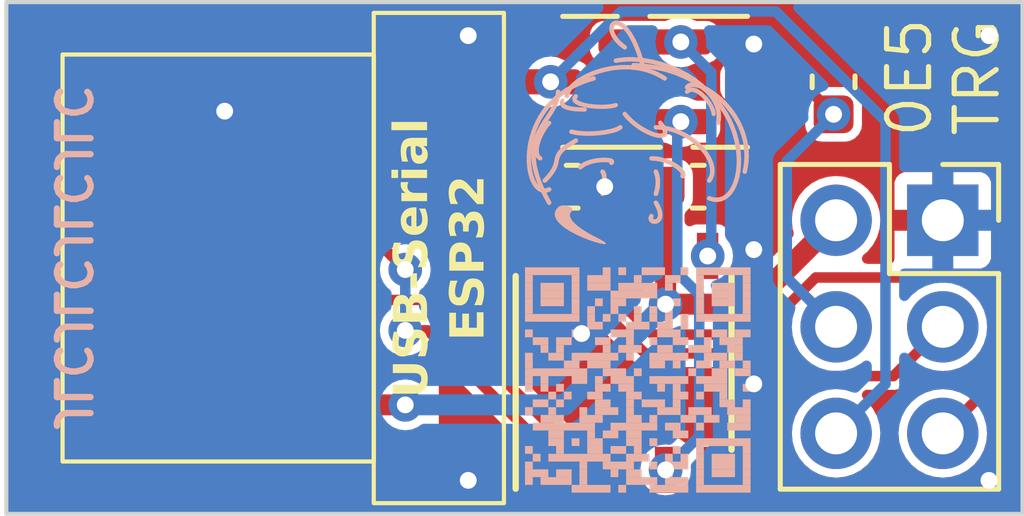
<source format=kicad_pcb>
(kicad_pcb (version 20221018) (generator pcbnew)
  (layers (0 "F.Cu" signal) (31 "B.Cu" signal) (34 "B.Paste" user) (35 "F.Paste" user) (36 "B.SilkS" user "B.Silkscreen") (37 "F.SilkS" user "F.Silkscreen") (38 "B.Mask" user) (39 "F.Mask" user) (44 "Edge.Cuts" user))
  (net 0 "")
  (net 1 "Net-(J2-Pin_2)")
  (net 2 "Net-(J2-Pin_1)")
  (net 3 "Net-(U1-V3)")
  (net 4 "Net-(J2-Pin_3)")
  (net 5 "Net-(J2-Pin_4)")
  (net 6 "Net-(J2-Pin_5)")
  (net 7 "Net-(J2-Pin_6)")
  (net 8 "Net-(Q1-G)")
  (net 9 "Net-(Q1-S)")
  (net 10 "Net-(U1-UD+)")
  (net 11 "Net-(U1-UD-)")
  (footprint "Connector_PinSocket_2.54mm:PinSocket_2x03_P2.54mm_Vertical" (layer "F.Cu") (at 122.2 99.1)
    (fp_text reference "J2" hide)
    (fp_text value "Conn_02x03_Odd_Even" hide)
  )
  (footprint "Capacitor_SMD:C_0603_1608Metric" (layer "F.Cu") (at 113.375 98.3)
    (fp_text reference "0u1 x3" hide)
    (fp_text value "0.1u" hide)
  )
  (footprint "Package_TO_SOT_SMD:SOT-23" (layer "F.Cu") (at 116.9 95.8)
    (fp_text reference "Q1" hide)
    (fp_text value "BSS138" hide)
  )
  (footprint "Package_SO:SSOP-10_3.9x4.9mm_P1.00mm" (layer "F.Cu") (at 114.6 102.5 90)
    (fp_text reference "CH340K" hide)
    (fp_text value "CH340K" hide)
  )
  (footprint "Package_TO_SOT_SMD:SOT-23" (layer "F.Cu") (at 113.8 95.8 180)
    (fp_text reference "BSS138 x2" hide)
    (fp_text value "BSS138" hide)
  )
  (footprint "Library:PCB_USB_Conn" (layer "F.Cu") (at 100 100)
    (fp_text reference "U2" hide)
    (fp_text value "~" hide)
  )
  (footprint "Capacitor_SMD:C_0603_1608Metric" (layer "F.Cu") (at 116.375 98.3)
    (fp_text reference "0u1" hide)
    (fp_text value "0.1u" hide)
  )
  (footprint "Capacitor_SMD:C_0603_1608Metric" (layer "F.Cu") (at 119.6 95.8 90)
    (fp_text reference "0u1" hide)
    (fp_text value "0.1u")
  )
  (gr_line (start 113.03262 97.571715) (end 113.042381 97.5494) (stroke (width 0.105833)) (layer "B.SilkS"))
  (gr_line (start 115.503419 97.083279) (end 115.528792 97.07846) (stroke (width 0.105833)) (layer "B.SilkS"))
  (gr_line (start 114.107131 98.432751) (end 114.115261 98.395809) (stroke (width 0.105833)) (layer "B.SilkS"))
  (gr_poly (pts (xy 116.696458 100.7775) (xy 117.252083 100.7775) (xy 117.252083 100.592292) (xy 116.696458 100.592292)) (fill solid) (layer "B.SilkS"))
  (gr_line (start 113.612552 97.02845) (end 113.524211 97.020027) (stroke (width 0.105833)) (layer "B.SilkS"))
  (gr_line (start 114.12048 97.661409) (end 114.058132 97.664535) (stroke (width 0.105833)) (layer "B.SilkS"))
  (gr_line (start 113.218294 96.400859) (end 113.199839 96.3919) (stroke (width 0.1)) (layer "B.SilkS"))
  (gr_line (start 114.109689 97.959756) (end 114.106889 97.954905) (stroke (width 0.105833)) (layer "B.SilkS"))
  (gr_poly (pts (xy 114.28875 103) (xy 114.844375 103) (xy 114.844375 102.814791) (xy 114.28875 102.814791)) (fill solid) (layer "B.SilkS"))
  (gr_line (start 115.392266 98.385095) (end 115.398206 98.35762) (stroke (width 0.105833)) (layer "B.SilkS"))
  (gr_line (start 114.132004 98.020844) (end 114.128932 98.008939) (stroke (width 0.105833)) (layer "B.SilkS"))
  (gr_line (start 113.042381 97.5494) (end 113.054466 97.526698) (stroke (width 0.105833)) (layer "B.SilkS"))
  (gr_line (start 114.143292 98.098585) (end 114.141771 98.080479) (stroke (width 0.105833)) (layer "B.SilkS"))
  (gr_poly (pts (xy 117.066875 103.740833) (xy 117.6225 103.740833) (xy 117.6225 103.555625) (xy 117.066875 103.555625)) (fill solid) (layer "B.SilkS"))
  (gr_line (start 116.010029 97.969814) (end 116.01569 97.985087) (stroke (width 0.105833)) (layer "B.SilkS"))
  (gr_line (start 116.271298 95.993714) (end 116.297169 96.000968) (stroke (width 0.1)) (layer "B.SilkS"))
  (gr_line (start 115.410211 98.279456) (end 115.412468 98.254887) (stroke (width 0.105833)) (layer "B.SilkS"))
  (gr_poly (pts (xy 116.326042 104.11125) (xy 116.51125 104.11125) (xy 116.51125 103.926041) (xy 116.326042 103.926041)) (fill solid) (layer "B.SilkS"))
  (gr_line (start 113.131425 96.303139) (end 113.132659 96.286273) (stroke (width 0.1)) (layer "B.SilkS"))
  (gr_poly (pts (xy 116.326042 101.88875) (xy 116.51125 101.88875) (xy 116.51125 101.703542) (xy 116.326042 101.703542)) (fill solid) (layer "B.SilkS"))
  (gr_line (start 116.018736 97.999605) (end 116.019069 98.013271) (stroke (width 0.105833)) (layer "B.SilkS"))
  (gr_poly (pts (xy 116.326042 105.037291) (xy 116.51125 105.037291) (xy 116.51125 104.852083) (xy 116.326042 104.852083)) (fill solid) (layer "B.SilkS"))
  (gr_line (start 115.051095 95.282097) (end 114.832452 95.264682) (stroke (width 0.105833)) (layer "B.SilkS"))
  (gr_line (start 112.879739 96.291841) (end 112.783172 96.40115) (stroke (width 0.105833)) (layer "B.SilkS"))
  (gr_poly (pts (xy 115.214792 101.333125) (xy 115.4 101.333125) (xy 115.4 101.147917) (xy 115.214792 101.147917)) (fill solid) (layer "B.SilkS"))
  (gr_line (start 114.102781 96.396189) (end 114.011081 96.395285) (stroke (width 0.1)) (layer "B.SilkS"))
  (gr_line (start 117.466694 97.109091) (end 117.433223 97.003077) (stroke (width 0.105833)) (layer "B.SilkS"))
  (gr_line (start 113.855587 97.696859) (end 113.788588 97.715798) (stroke (width 0.105833)) (layer "B.SilkS"))
  (gr_line (start 113.138182 96.333538) (end 113.133331 96.318881) (stroke (width 0.1)) (layer "B.SilkS"))
  (gr_line (start 115.10886 95.509557) (end 115.010917 95.486839) (stroke (width 0.105833)) (layer "B.SilkS"))
  (gr_line (start 115.290415 99.121982) (end 115.303586 99.127418) (stroke (width 0.105833)) (layer "B.SilkS"))
  (gr_line (start 116.484777 97.410455) (end 116.439382 97.360265) (stroke (width 0.105833)) (layer "B.SilkS"))
  (gr_poly (pts (xy 112.251459 101.333125) (xy 112.436667 101.333125) (xy 112.436667 101.147917) (xy 112.251459 101.147917)) (fill solid) (layer "B.SilkS"))
  (gr_line (start 115.249222 99.037811) (end 115.247743 99.05437) (stroke (width 0.105833)) (layer "B.SilkS"))
  (gr_line (start 115.411771 98.12443) (end 115.409823 98.105694) (stroke (width 0.105833)) (layer "B.SilkS"))
  (gr_poly (pts (xy 115.770417 104.666875) (xy 115.955625 104.666875) (xy 115.955625 104.481666) (xy 115.770417 104.481666)) (fill solid) (layer "B.SilkS"))
  (gr_poly (pts (xy 116.326042 105.2225) (xy 116.51125 105.2225) (xy 116.51125 105.037291) (xy 116.326042 105.037291)) (fill solid) (layer "B.SilkS"))
  (gr_line (start 115.489004 95.663992) (end 115.396371 95.615306) (stroke (width 0.105833)) (layer "B.SilkS"))
  (gr_line (start 112.768567 98.105926) (end 112.809372 98.060764) (stroke (width 0.105833)) (layer "B.SilkS"))
  (gr_line (start 116.457572 95.918285) (end 116.397747 95.896607) (stroke (width 0.105833)) (layer "B.SilkS"))
  (gr_line (start 115.455289 99.054195) (end 115.462646 99.033935) (stroke (width 0.105833)) (layer "B.SilkS"))
  (gr_line (start 113.330528 96.434223) (end 113.282418 96.423009) (stroke (width 0.1)) (layer "B.SilkS"))
  (gr_line (start 112.52882 97.424214) (end 112.530745 97.395731) (stroke (width 0.1)) (layer "B.SilkS"))
  (gr_line (start 115.326944 97.057764) (end 115.36782 97.069223) (stroke (width 0.105833)) (layer "B.SilkS"))
  (gr_line (start 113.282418 96.423009) (end 113.259777 96.416375) (stroke (width 0.1)) (layer "B.SilkS"))
  (gr_line (start 113.972117 97.024936) (end 113.883466 97.030776) (stroke (width 0.105833)) (layer "B.SilkS"))
  (gr_line (start 115.436013 98.818318) (end 115.417791 98.776276) (stroke (width 0.105833)) (layer "B.SilkS"))
  (gr_line (start 114.144823 98.138906) (end 114.144329 98.118048) (stroke (width 0.105833)) (layer "B.SilkS"))
  (gr_line (start 114.334682 94.640928) (end 114.321062 94.598676) (stroke (width 0.105833)) (layer "B.SilkS"))
  (gr_line (start 113.446028 96.162712) (end 113.46282 96.143181) (stroke (width 0.1)) (layer "B.SilkS"))
  (gr_line (start 117.234786 98.27473) (end 117.275717 98.167751) (stroke (width 0.105833)) (layer "B.SilkS"))
  (gr_line (start 117.433223 97.003077) (end 117.393707 96.900783) (stroke (width 0.105833)) (layer "B.SilkS"))
  (gr_line (start 112.712969 98.394103) (end 112.76928 98.387527) (stroke (width 0.105833)) (layer "B.SilkS"))
  (gr_line (start 114.701401 94.592061) (end 114.745762 94.655229) (stroke (width 0.105833)) (layer "B.SilkS"))
  (gr_line (start 113.19969 97.37258) (end 113.239991 97.342281) (stroke (width 0.105833)) (layer "B.SilkS"))
  (gr_line (start 113.92398 97.682105) (end 113.855587 97.696859) (stroke (width 0.105833)) (layer "B.SilkS"))
  (gr_line (start 115.376269 95.460096) (end 115.11685 95.421969) (stroke (width 0.105833)) (layer "B.SilkS"))
  (gr_line (start 113.432641 96.449519) (end 113.38112 96.442956) (stroke (width 0.1)) (layer "B.SilkS"))
  (gr_line (start 114.058132 97.664535) (end 113.992064 97.671382) (stroke (width 0.105833)) (layer "B.SilkS"))
  (gr_line (start 113.48101 95.809145) (end 113.429828 95.850492) (stroke (width 0.105833)) (layer "B.SilkS"))
  (gr_line (start 116.289182 95.872474) (end 116.241565 95.87033) (stroke (width 0.105833)) (layer "B.SilkS"))
  (gr_poly (pts (xy 112.621875 100.7775) (xy 113.1775 100.7775) (xy 113.1775 100.592292) (xy 112.621875 100.592292)) (fill solid) (layer "B.SilkS"))
  (gr_line (start 117.493556 97.218671) (end 117.466694 97.109091) (stroke (width 0.105833)) (layer "B.SilkS"))
  (gr_line (start 115.205969 95.53836) (end 115.10886 95.509557) (stroke (width 0.105833)) (layer "B.SilkS"))
  (gr_line (start 117.186856 96.874428) (end 117.118007 96.718517) (stroke (width 0.105833)) (layer "B.SilkS"))
  (gr_line (start 115.144836 96.982471) (end 115.192533 97.005557) (stroke (width 0.105833)) (layer "B.SilkS"))
  (gr_line (start 115.253234 99.083186) (end 115.259661 99.095326) (stroke (width 0.105833)) (layer "B.SilkS"))
  (gr_line (start 115.434915 99.087391) (end 115.445955 99.071995) (stroke (width 0.105833)) (layer "B.SilkS"))
  (gr_line (start 116.101496 97.093304) (end 116.035889 97.056678) (stroke (width 0.105833)) (layer "B.SilkS"))
  (gr_line (start 116.199142 95.875006) (end 116.162474 95.886659) (stroke (width 0.105833)) (layer "B.SilkS"))
  (gr_line (start 116.376176 96.038698) (end 116.402589 96.055951) (stroke (width 0.1)) (layer "B.SilkS"))
  (gr_line (start 114.122266 98.360649) (end 114.128206 98.327234) (stroke (width 0.105833)) (layer "B.SilkS"))
  (gr_line (start 112.581323 97.600224) (end 112.567435 97.584531) (stroke (width 0.1)) (layer "B.SilkS"))
  (gr_line (start 114.520233 95.455026) (end 114.424208 95.463119) (stroke (width 0.105833)) (layer "B.SilkS"))
  (gr_poly (pts (xy 114.659167 101.703542) (xy 115.214792 101.703542) (xy 115.214792 101.518333) (xy 114.659167 101.518333)) (fill solid) (layer "B.SilkS"))
  (gr_poly (pts (xy 114.28875 101.333125) (xy 114.473959 101.333125) (xy 114.473959 101.147917) (xy 114.28875 101.147917)) (fill solid) (layer "B.SilkS"))
  (gr_poly (pts (xy 113.362709 105.592916) (xy 114.28875 105.592916) (xy 114.28875 105.407708) (xy 113.362709 105.407708)) (fill solid) (layer "B.SilkS"))
  (gr_line (start 116.709133 97.977901) (end 116.712767 97.929416) (stroke (width 0.105833)) (layer "B.SilkS"))
  (gr_line (start 114.61939 95.268971) (end 114.516018 95.279739) (stroke (width 0.105833)) (layer "B.SilkS"))
  (gr_line (start 112.412119 98.084187) (end 112.442521 98.160629) (stroke (width 0.105833)) (layer "B.SilkS"))
  (gr_line (start 116.297169 96.000968) (end 116.323349 96.011012) (stroke (width 0.1)) (layer "B.SilkS"))
  (gr_line (start 112.979077 97.783882) (end 112.993598 97.731715) (stroke (width 0.105833)) (layer "B.SilkS"))
  (gr_line (start 112.941696 97.872743) (end 112.956804 97.841475) (stroke (width 0.105833)) (layer "B.SilkS"))
  (gr_line (start 114.657815 94.538505) (end 114.701401 94.592061) (stroke (width 0.105833)) (layer "B.SilkS"))
  (gr_poly (pts (xy 112.436667 102.073958) (xy 112.807084 102.073958) (xy 112.807084 101.88875) (xy 112.436667 101.88875)) (fill solid) (layer "B.SilkS"))
  (gr_line (start 116.283432 97.218064) (end 116.225442 97.174229) (stroke (width 0.105833)) (layer "B.SilkS"))
  (gr_line (start 115.474325 97.084687) (end 115.503419 97.083279) (stroke (width 0.105833)) (layer "B.SilkS"))
  (gr_poly (pts (xy 112.807084 102.444375) (xy 113.1775 102.444375) (xy 113.1775 102.259167) (xy 112.807084 102.259167)) (fill solid) (layer "B.SilkS"))
  (gr_line (start 112.534298 97.366259) (end 112.545977 97.304893) (stroke (width 0.1)) (layer "B.SilkS"))
  (gr_line (start 112.612019 97.111184) (end 112.642302 97.047028) (stroke (width 0.1)) (layer "B.SilkS"))
  (gr_line (start 113.788588 97.715798) (end 113.72469 97.739079) (stroke (width 0.105833)) (layer "B.SilkS"))
  (gr_line (start 115.36782 98.471515) (end 115.377131 98.442062) (stroke (width 0.105833)) (layer "B.SilkS"))
  (gr_line (start 114.354781 94.418687) (end 114.376566 94.404922) (stroke (width 0.105833)) (layer "B.SilkS"))
  (gr_line (start 114.615334 94.494135) (end 114.657815 94.538505) (stroke (width 0.105833)) (layer "B.SilkS"))
  (gr_line (start 115.802796 97.779635) (end 115.830841 97.796827) (stroke (width 0.105833)) (layer "B.SilkS"))
  (gr_line (start 116.241565 95.87033) (end 116.199142 95.875006) (stroke (width 0.105833)) (layer "B.SilkS"))
  (gr_poly (pts (xy 113.733125 100.7775) (xy 114.28875 100.7775) (xy 114.28875 100.592292) (xy 113.733125 100.592292)) (fill solid) (layer "B.SilkS"))
  (gr_line (start 115.422442 99.100442) (end 115.434915 99.087391) (stroke (width 0.105833)) (layer "B.SilkS"))
  (gr_poly (pts (xy 112.251459 105.037291) (xy 112.436667 105.037291) (xy 112.436667 104.852083) (xy 112.251459 104.852083)) (fill solid) (layer "B.SilkS"))
  (gr_line (start 115.706404 95.449063) (end 115.491481 95.375838) (stroke (width 0.105833)) (layer "B.SilkS"))
  (gr_line (start 116.173242 95.996478) (end 116.19671 95.990632) (stroke (width 0.1)) (layer "B.SilkS"))
  (gr_line (start 113.524211 97.020027) (end 113.438661 97.007263) (stroke (width 0.105833)) (layer "B.SilkS"))
  (gr_poly (pts (xy 113.362709 100.7775) (xy 113.547917 100.7775) (xy 113.547917 100.592292) (xy 113.362709 100.592292)) (fill solid) (layer "B.SilkS"))
  (gr_line (start 112.721367 96.753583) (end 112.645738 96.874222) (stroke (width 0.105833)) (layer "B.SilkS"))
  (gr_poly (pts (xy 113.918334 103) (xy 114.103542 103) (xy 114.103542 102.814791) (xy 113.918334 102.814791)) (fill solid) (layer "B.SilkS"))
  (gr_poly (pts (xy 115.214792 104.481666) (xy 115.4 104.481666) (xy 115.4 104.296458) (xy 115.214792 104.296458)) (fill solid) (layer "B.SilkS"))
  (gr_poly (pts (xy 114.659167 104.296458) (xy 115.029584 104.296458) (xy 115.029584 104.11125) (xy 114.659167 104.11125)) (fill solid) (layer "B.SilkS"))
  (gr_line (start 115.389136 98.00113) (end 115.382703 97.980382) (stroke (width 0.105833)) (layer "B.SilkS"))
  (gr_line (start 115.773299 97.76285) (end 115.802796 97.779635) (stroke (width 0.105833)) (layer "B.SilkS"))
  (gr_line (start 114.19138 96.392752) (end 114.102781 96.396189) (stroke (width 0.1)) (layer "B.SilkS"))
  (gr_line (start 114.142468 98.210238) (end 114.143951 98.184962) (stroke (width 0.105833)) (layer "B.SilkS"))
  (gr_line (start 114.505004 94.879124) (end 114.456212 94.829314) (stroke (width 0.105833)) (layer "B.SilkS"))
  (gr_line (start 117.342893 97.786698) (end 117.34526 97.6441) (stroke (width 0.105833)) (layer "B.SilkS"))
  (gr_line (start 115.385261 98.413249) (end 115.392266 98.385095) (stroke (width 0.105833)) (layer "B.SilkS"))
  (gr_line (start 112.675685 96.984887) (end 112.711548 96.925847) (stroke (width 0.1)) (layer "B.SilkS"))
  (gr_line (start 113.665598 97.766855) (end 113.638387 97.782477) (stroke (width 0.105833)) (layer "B.SilkS"))
  (gr_poly (pts (xy 116.326042 100.407083) (xy 117.6225 100.407083) (xy 117.6225 100.221875) (xy 116.326042 100.221875)) (fill solid) (layer "B.SilkS"))
  (gr_line (start 117.242721 97.031463) (end 117.186856 96.874428) (stroke (width 0.105833)) (layer "B.SilkS"))
  (gr_line (start 112.744624 98.528711) (end 112.82782 98.683181) (stroke (width 0.105833)) (layer "B.SilkS"))
  (gr_line (start 113.811723 95.621785) (end 113.736705 95.655769) (stroke (width 0.105833)) (layer "B.SilkS"))
  (gr_poly (pts (xy 112.992292 102.259167) (xy 113.1775 102.259167) (xy 113.1775 102.073958) (xy 112.992292 102.073958)) (fill solid) (layer "B.SilkS"))
  (gr_poly (pts (xy 116.326042 105.592916) (xy 117.6225 105.592916) (xy 117.6225 105.407708) (xy 116.326042 105.407708)) (fill solid) (layer "B.SilkS"))
  (gr_poly (pts (xy 112.251459 101.518333) (xy 113.547917 101.518333) (xy 113.547917 101.333125) (xy 112.251459 101.333125)) (fill solid) (layer "B.SilkS"))
  (gr_line (start 116.738847 96.523365) (end 116.742432 96.545773) (stroke (width 0.1)) (layer "B.SilkS"))
  (gr_line (start 116.563406 96.002621) (end 116.407294 95.881534) (stroke (width 0.105833)) (layer "B.SilkS"))
  (gr_line (start 112.616153 97.624848) (end 112.597537 97.613708) (stroke (width 0.1)) (layer "B.SilkS"))
  (gr_line (start 114.84997 96.789692) (end 114.898598 96.827894) (stroke (width 0.105833)) (layer "B.SilkS"))
  (gr_line (start 112.386891 97.999295) (end 112.412119 98.084187) (stroke (width 0.105833)) (layer "B.SilkS"))
  (gr_line (start 113.164699 97.40127) (end 113.19969 97.37258) (stroke (width 0.105833)) (layer "B.SilkS"))
  (gr_poly (pts (xy 112.621875 100.962708) (xy 113.1775 100.962708) (xy 113.1775 100.7775) (xy 112.621875 100.7775)) (fill solid) (layer "B.SilkS"))
  (gr_line (start 116.129098 96.019642) (end 116.150666 96.006084) (stroke (width 0.1)) (layer "B.SilkS"))
  (gr_line (start 112.993598 97.731715) (end 113.013028 97.638077) (stroke (width 0.105833)) (layer "B.SilkS"))
  (gr_line (start 117.336873 97.495941) (end 117.317284 97.343557) (stroke (width 0.105833)) (layer "B.SilkS"))
  (gr_line (start 112.530164 97.477673) (end 112.528601 97.451573) (stroke (width 0.1)) (layer "B.SilkS"))
  (gr_line (start 114.521153 96.884015) (end 114.495289 96.903807) (stroke (width 0.105833)) (layer "B.SilkS"))
  (gr_line (start 115.445955 99.071995) (end 115.455289 99.054195) (stroke (width 0.105833)) (layer "B.SilkS"))
  (gr_line (start 112.477728 98.22777) (end 112.517374 98.284756) (stroke (width 0.105833)) (layer "B.SilkS"))
  (gr_line (start 113.38112 96.442956) (end 113.330528 96.434223) (stroke (width 0.1)) (layer "B.SilkS"))
  (gr_poly (pts (xy 116.326042 104.852083) (xy 116.51125 104.852083) (xy 116.51125 104.666875) (xy 116.326042 104.666875)) (fill solid) (layer "B.SilkS"))
  (gr_line (start 116.652473 96.019907) (end 116.585497 95.98009) (stroke (width 0.105833)) (layer "B.SilkS"))
  (gr_line (start 112.345085 97.592292) (end 112.345934 97.702453) (stroke (width 0.105833)) (layer "B.SilkS"))
  (gr_line (start 116.654485 97.671873) (end 116.62876 97.61897) (stroke (width 0.105833)) (layer "B.SilkS"))
  (gr_poly (pts (xy 112.621875 103) (xy 112.807084 103) (xy 112.807084 102.814791) (xy 112.621875 102.814791)) (fill solid) (layer "B.SilkS"))
  (gr_line (start 116.711071 97.879613) (end 116.704221 97.828724) (stroke (width 0.105833)) (layer "B.SilkS"))
  (gr_line (start 112.721987 98.154014) (end 112.768567 98.105926) (stroke (width 0.105833)) (layer "B.SilkS"))
  (gr_line (start 113.43506 96.234245) (end 113.429954 96.217389) (stroke (width 0.1)) (layer "B.SilkS"))
  (gr_line (start 115.238991 97.025853) (end 115.283897 97.043281) (stroke (width 0.105833)) (layer "B.SilkS"))
  (gr_line (start 116.825812 96.385343) (end 116.794141 96.308908) (stroke (width 0.105833)) (layer "B.SilkS"))
  (gr_line (start 113.674486 96.460681) (end 113.617022 96.460268) (stroke (width 0.1)) (layer "B.SilkS"))
  (gr_poly (pts (xy 115.4 102.259167) (xy 115.770417 102.259167) (xy 115.770417 102.073958) (xy 115.4 102.073958)) (fill solid) (layer "B.SilkS"))
  (gr_line (start 112.585458 97.176271) (end 112.612019 97.111184) (stroke (width 0.1)) (layer "B.SilkS"))
  (gr_line (start 112.92337 97.90589) (end 112.941696 97.872743) (stroke (width 0.105833)) (layer "B.SilkS"))
  (gr_poly (pts (xy 116.326042 101.333125) (xy 116.51125 101.333125) (xy 116.51125 101.147917) (xy 116.326042 101.147917)) (fill solid) (layer "B.SilkS"))
  (gr_poly (pts (xy 112.251459 103.185208) (xy 112.436667 103.185208) (xy 112.436667 103) (xy 112.251459 103)) (fill solid) (layer "B.SilkS"))
  (gr_poly (pts (xy 114.844375 100.592292) (xy 115.029584 100.592292) (xy 115.029584 100.407083) (xy 114.844375 100.407083)) (fill solid) (layer "B.SilkS"))
  (gr_line (start 116.72505 96.474324) (end 116.733014 96.499484) (stroke (width 0.1)) (layer "B.SilkS"))
  (gr_line (start 114.144329 98.118048) (end 114.143292 98.098585) (stroke (width 0.105833)) (layer "B.SilkS"))
  (gr_line (start 115.412468 98.254887) (end 115.413951 98.231093) (stroke (width 0.105833)) (layer "B.SilkS"))
  (gr_line (start 115.406215 97.077581) (end 115.441821 97.082762) (stroke (width 0.105833)) (layer "B.SilkS"))
  (gr_line (start 112.969123 97.811913) (end 112.979077 97.783882) (stroke (width 0.105833)) (layer "B.SilkS"))
  (gr_poly (pts (xy 115.214792 103) (xy 116.140833 103) (xy 116.140833 102.814791) (xy 115.214792 102.814791)) (fill solid) (layer "B.SilkS"))
  (gr_poly (pts (xy 112.251459 100.962708) (xy 112.436667 100.962708) (xy 112.436667 100.7775) (xy 112.251459 100.7775)) (fill solid) (layer "B.SilkS"))
  (gr_poly (pts (xy 113.547917 103.740833) (xy 113.733125 103.740833) (xy 113.733125 103.555625) (xy 113.547917 103.555625)) (fill solid) (layer "B.SilkS"))
  (gr_poly (pts (xy 114.28875 101.147917) (xy 114.659167 101.147917) (xy 114.659167 100.962708) (xy 114.28875 100.962708)) (fill solid) (layer "B.SilkS"))
  (gr_line (start 115.395725 98.026064) (end 115.389136 98.00113) (stroke (width 0.105833)) (layer "B.SilkS"))
  (gr_line (start 112.533587 97.502378) (end 112.530164 97.477673) (stroke (width 0.1)) (layer "B.SilkS"))
  (gr_line (start 116.585497 95.98009) (end 116.520343 95.946165) (stroke (width 0.105833)) (layer "B.SilkS"))
  (gr_line (start 116.323349 96.011012) (end 116.349724 96.023654) (stroke (width 0.1)) (layer "B.SilkS"))
  (gr_poly (pts (xy 116.140833 102.259167) (xy 116.696458 102.259167) (xy 116.696458 102.073958) (xy 116.140833 102.073958)) (fill solid) (layer "B.SilkS"))
  (gr_line (start 113.589702 97.817287) (end 113.568653 97.836514) (stroke (width 0.105833)) (layer "B.SilkS"))
  (gr_line (start 112.901401 97.941091) (end 112.92337 97.90589) (stroke (width 0.105833)) (layer "B.SilkS"))
  (gr_line (start 112.545977 97.304893) (end 112.563237 97.241202) (stroke (width 0.1)) (layer "B.SilkS"))
  (gr_poly (pts (xy 114.844375 104.666875) (xy 115.029584 104.666875) (xy 115.029584 104.481666) (xy 114.844375 104.481666)) (fill solid) (layer "B.SilkS"))
  (gr_line (start 115.585533 96.973583) (end 115.576179 96.942719) (stroke (width 0.105833)) (layer "B.SilkS"))
  (gr_poly (pts (xy 112.807084 103.740833) (xy 112.992292 103.740833) (xy 112.992292 103.555625) (xy 112.807084 103.555625)) (fill solid) (layer "B.SilkS"))
  (gr_line (start 114.561819 94.929166) (end 114.505004 94.879124) (stroke (width 0.105833)) (layer "B.SilkS"))
  (gr_line (start 116.742432 96.545773) (end 116.743653 96.566514) (stroke (width 0.1)) (layer "B.SilkS"))
  (gr_poly (pts (xy 115.585208 105.037291) (xy 116.140833 105.037291) (xy 116.140833 104.852083) (xy 115.585208 104.852083)) (fill solid) (layer "B.SilkS"))
  (gr_poly (pts (xy 113.733125 101.333125) (xy 113.918334 101.333125) (xy 113.918334 101.147917) (xy 113.733125 101.147917)) (fill solid) (layer "B.SilkS"))
  (gr_line (start 117.34526 97.6441) (end 117.336873 97.495941) (stroke (width 0.105833)) (layer "B.SilkS"))
  (gr_poly (pts (xy 112.992292 104.666875) (xy 113.1775 104.666875) (xy 113.1775 104.481666) (xy 112.992292 104.481666)) (fill solid) (layer "B.SilkS"))
  (gr_line (start 114.274553 96.38482) (end 114.19138 96.392752) (stroke (width 0.1)) (layer "B.SilkS"))
  (gr_line (start 115.192533 97.005557) (end 115.238991 97.025853) (stroke (width 0.105833)) (layer "B.SilkS"))
  (gr_line (start 116.108653 96.037348) (end 116.129098 96.019642) (stroke (width 0.1)) (layer "B.SilkS"))
  (gr_line (start 112.555795 97.566764) (end 112.546326 97.547059) (stroke (width 0.1)) (layer "B.SilkS"))
  (gr_line (start 114.535003 94.431244) (end 114.574286 94.458523) (stroke (width 0.105833)) (layer "B.SilkS"))
  (gr_line (start 117.035728 96.565068) (end 116.939575 96.415416) (stroke (width 0.105833)) (layer "B.SilkS"))
  (gr_line (start 115.403137 98.330842) (end 115.40712 98.30478) (stroke (width 0.105833)) (layer "B.SilkS"))
  (gr_poly (pts (xy 115.4 103.740833) (xy 115.955625 103.740833) (xy 115.955625 103.555625) (xy 115.4 103.555625)) (fill solid) (layer "B.SilkS"))
  (gr_poly (pts (xy 112.251459 105.407708) (xy 112.436667 105.407708) (xy 112.436667 105.2225) (xy 112.251459 105.2225)) (fill solid) (layer "B.SilkS"))
  (gr_line (start 112.462632 97.380493) (end 112.454846 97.468397) (stroke (width 0.105833)) (layer "B.SilkS"))
  (gr_line (start 114.832452 95.264682) (end 114.72501 95.264017) (stroke (width 0.105833)) (layer "B.SilkS"))
  (gr_line (start 112.875362 97.978521) (end 112.901401 97.941091) (stroke (width 0.105833)) (layer "B.SilkS"))
  (gr_line (start 114.947846 96.86377) (end 114.997403 96.897244) (stroke (width 0.105833)) (layer "B.SilkS"))
  (gr_line (start 115.467756 99.011155) (end 115.470346 98.985798) (stroke (width 0.105833)) (layer "B.SilkS"))
  (gr_line (start 116.289159 95.755556) (end 116.108653 95.640473) (stroke (width 0.105833)) (layer "B.SilkS"))
  (gr_poly (pts (xy 117.437292 103.555625) (xy 117.6225 103.555625) (xy 117.6225 103.370416) (xy 117.437292 103.370416)) (fill solid) (layer "B.SilkS"))
  (gr_line (start 115.460288 98.893682) (end 115.450089 98.857434) (stroke (width 0.105833)) (layer "B.SilkS"))
  (gr_poly (pts (xy 114.28875 104.666875) (xy 114.659167 104.666875) (xy 114.659167 104.481666) (xy 114.28875 104.481666)) (fill solid) (layer "B.SilkS"))
  (gr_line (start 112.62176 96.631937) (end 112.55618 96.75171) (stroke (width 0.105833)) (layer "B.SilkS"))
  (gr_poly (pts (xy 115.955625 104.852083) (xy 116.140833 104.852083) (xy 116.140833 104.666875) (xy 115.955625 104.666875)) (fill solid) (layer "B.SilkS"))
  (gr_line (start 114.106889 97.954905) (end 114.102161 97.947722) (stroke (width 0.105833)) (layer "B.SilkS"))
  (gr_line (start 112.367205 97.906807) (end 112.386891 97.999295) (stroke (width 0.105833)) (layer "B.SilkS"))
  (gr_poly (pts (xy 113.733125 101.703542) (xy 114.103542 101.703542) (xy 114.103542 101.518333) (xy 113.733125 101.518333)) (fill solid) (layer "B.SilkS"))
  (gr_poly (pts (xy 112.251459 101.147917) (xy 112.436667 101.147917) (xy 112.436667 100.962708) (xy 112.251459 100.962708)) (fill solid) (layer "B.SilkS"))
  (gr_line (start 116.439382 97.360265) (end 116.390577 97.311314) (stroke (width 0.105833)) (layer "B.SilkS"))
  (gr_poly (pts (xy 116.881667 103.555625) (xy 117.252083 103.555625) (xy 117.252083 103.370416) (xy 116.881667 103.370416)) (fill solid) (layer "B.SilkS"))
  (gr_line (start 112.872468 96.525173) (end 112.721367 96.753583) (stroke (width 0.105833)) (layer "B.SilkS"))
  (gr_line (start 117.509075 97.814629) (end 117.523683 97.689547) (stroke (width 0.105833)) (layer "B.SilkS"))
  (gr_line (start 114.323749 94.461837) (end 114.337066 94.437801) (stroke (width 0.105833)) (layer "B.SilkS"))
  (gr_line (start 114.177402 97.661848) (end 114.12048 97.661409) (stroke (width 0.105833)) (layer "B.SilkS"))
  (gr_line (start 112.613037 98.244342) (end 112.67323 98.382553) (stroke (width 0.105833)) (layer "B.SilkS"))
  (gr_line (start 114.463043 94.39998) (end 114.497812 94.411872) (stroke (width 0.105833)) (layer "B.SilkS"))
  (gr_line (start 116.733014 96.499484) (end 116.738847 96.523365) (stroke (width 0.1)) (layer "B.SilkS"))
  (gr_line (start 114.381378 94.732098) (end 114.354678 94.685544) (stroke (width 0.105833)) (layer "B.SilkS"))
  (gr_line (start 116.001848 97.953881) (end 116.010029 97.969814) (stroke (width 0.105833)) (layer "B.SilkS"))
  (gr_line (start 113.237304 95.998487) (end 113.106437 96.089657) (stroke (width 0.105833)) (layer "B.SilkS"))
  (gr_line (start 116.652929 96.087351) (end 116.591879 96.016729) (stroke (width 0.105833)) (layer "B.SilkS"))
  (gr_line (start 116.990253 98.566806) (end 117.062616 98.516838) (stroke (width 0.105833)) (layer "B.SilkS"))
  (gr_line (start 116.108653 95.640473) (end 115.913265 95.537792) (stroke (width 0.105833)) (layer "B.SilkS"))
  (gr_line (start 116.397747 95.896607) (end 116.34143 95.881285) (stroke (width 0.105833)) (layer "B.SilkS"))
  (gr_line (start 114.898598 96.827894) (end 114.947846 96.86377) (stroke (width 0.105833)) (layer "B.SilkS"))
  (gr_line (start 115.268181 99.105878) (end 115.278523 99.114783) (stroke (width 0.105833)) (layer "B.SilkS"))
  (gr_line (start 115.678499 96.921222) (end 115.602369 96.905292) (stroke (width 0.105833)) (layer "B.SilkS"))
  (gr_poly (pts (xy 115.214792 102.073958) (xy 115.4 102.073958) (xy 115.4 101.88875) (xy 115.214792 101.88875)) (fill solid) (layer "B.SilkS"))
  (gr_line (start 114.880201 94.906668) (end 114.924368 95.012546) (stroke (width 0.105833)) (layer "B.SilkS"))
  (gr_line (start 112.987371 96.187726) (end 112.879739 96.291841) (stroke (width 0.105833)) (layer "B.SilkS"))
  (gr_line (start 113.069304 97.503434) (end 113.08732 97.479434) (stroke (width 0.105833)) (layer "B.SilkS"))
  (gr_line (start 115.382703 97.980382) (end 115.376889 97.963974) (stroke (width 0.105833)) (layer "B.SilkS"))
  (gr_poly (pts (xy 116.696458 105.2225) (xy 117.252083 105.2225) (xy 117.252083 105.037291) (xy 116.696458 105.037291)) (fill solid) (layer "B.SilkS"))
  (gr_line (start 114.320678 97.703793) (end 114.316721 97.696161) (stroke (width 0.105833)) (layer "B.SilkS"))
  (gr_line (start 115.525097 96.893626) (end 115.446856 96.886456) (stroke (width 0.105833)) (layer "B.SilkS"))
  (gr_poly (pts (xy 113.362709 103) (xy 113.733125 103) (xy 113.733125 102.814791) (xy 113.362709 102.814791)) (fill solid) (layer "B.SilkS"))
  (gr_poly (pts (xy 112.251459 103) (xy 112.436667 103) (xy 112.436667 102.814791) (xy 112.251459 102.814791)) (fill solid) (layer "B.SilkS"))
  (gr_line (start 114.309277 97.689227) (end 114.298557 97.68301) (stroke (width 0.105833)) (layer "B.SilkS"))
  (gr_line (start 112.517374 98.284756) (end 112.561089 98.330735) (stroke (width 0.105833)) (layer "B.SilkS"))
  (gr_line (start 116.62876 97.61897) (end 116.598752 97.566143) (stroke (width 0.105833)) (layer "B.SilkS"))
  (gr_poly (pts (xy 116.326042 100.962708) (xy 116.51125 100.962708) (xy 116.51125 100.7775) (xy 116.326042 100.7775)) (fill solid) (layer "B.SilkS"))
  (gr_line (start 114.415113 94.780164) (end 114.381378 94.732098) (stroke (width 0.105833)) (layer "B.SilkS"))
  (gr_line (start 114.141771 98.080479) (end 114.139823 98.063691) (stroke (width 0.105833)) (layer "B.SilkS"))
  (gr_poly (pts (xy 116.881667 103.370416) (xy 117.066875 103.370416) (xy 117.066875 103.185208) (xy 116.881667 103.185208)) (fill solid) (layer "B.SilkS"))
  (gr_line (start 114.745762 94.655229) (end 114.790568 94.728436) (stroke (width 0.105833)) (layer "B.SilkS"))
  (gr_line (start 115.945869 97.885501) (end 115.963158 97.9031) (stroke (width 0.105833)) (layer "B.SilkS"))
  (gr_line (start 117.298784 96.707979) (end 117.244501 96.617777) (stroke (width 0.105833)) (layer "B.SilkS"))
  (gr_poly (pts (xy 115.770417 101.147917) (xy 115.955625 101.147917) (xy 115.955625 100.962708) (xy 115.770417 100.962708)) (fill solid) (layer "B.SilkS"))
  (gr_line (start 115.968093 97.022921) (end 115.898282 96.992264) (stroke (width 0.105833)) (layer "B.SilkS"))
  (gr_line (start 116.704221 97.828724) (end 116.69239 97.776983) (stroke (width 0.105833)) (layer "B.SilkS"))
  (gr_line (start 112.55618 96.75171) (end 112.500192 96.873266) (stroke (width 0.105833)) (layer "B.SilkS"))
  (gr_line (start 114.058133 95.53464) (end 113.972766 95.560949) (stroke (width 0.105833)) (layer "B.SilkS"))
  (gr_line (start 116.63782 98.154014) (end 116.664514 98.113125) (stroke (width 0.105833)) (layer "B.SilkS"))
  (gr_line (start 114.143951 98.184962) (end 114.144716 98.161198) (stroke (width 0.105833)) (layer "B.SilkS"))
  (gr_poly (pts (xy 117.066875 102.259167) (xy 117.437292 102.259167) (xy 117.437292 102.073958) (xy 117.066875 102.073958)) (fill solid) (layer "B.SilkS"))
  (gr_line (start 113.239991 97.342281) (end 113.286028 97.3102) (stroke (width 0.105833)) (layer "B.SilkS"))
  (gr_poly (pts (xy 116.326042 105.407708) (xy 116.51125 105.407708) (xy 116.51125 105.2225) (xy 116.326042 105.2225)) (fill solid) (layer "B.SilkS"))
  (gr_poly (pts (xy 115.585208 105.407708) (xy 116.140833 105.407708) (xy 116.140833 105.2225) (xy 115.585208 105.2225)) (fill solid) (layer "B.SilkS"))
  (gr_line (start 113.155946 96.359751) (end 113.145785 96.347148) (stroke (width 0.1)) (layer "B.SilkS"))
  (gr_line (start 113.736705 95.655769) (end 113.665795 95.691768) (stroke (width 0.105833)) (layer "B.SilkS"))
  (gr_poly (pts (xy 114.473959 102.259167) (xy 115.029584 102.259167) (xy 115.029584 102.073958) (xy 114.473959 102.073958)) (fill solid) (layer "B.SilkS"))
  (gr_line (start 112.472257 97.763583) (end 112.493655 97.873696) (stroke (width 0.105833)) (layer "B.SilkS"))
  (gr_line (start 114.321062 94.598676) (end 114.313488 94.559215) (stroke (width 0.105833)) (layer "B.SilkS"))
  (gr_poly (pts (xy 115.585208 104.11125) (xy 115.955625 104.11125) (xy 115.955625 103.926041) (xy 115.585208 103.926041)) (fill solid) (layer "B.SilkS"))
  (gr_poly (pts (xy 117.437292 102.629583) (xy 117.6225 102.629583) (xy 117.6225 102.444375) (xy 117.437292 102.444375)) (fill solid) (layer "B.SilkS"))
  (gr_poly (pts (xy 116.696458 101.88875) (xy 117.066875 101.88875) (xy 117.066875 101.703542) (xy 116.696458 101.703542)) (fill solid) (layer "B.SilkS"))
  (gr_poly (pts (xy 116.881667 102.073958) (xy 117.437292 102.073958) (xy 117.437292 101.88875) (xy 116.881667 101.88875)) (fill solid) (layer "B.SilkS"))
  (gr_line (start 117.513248 97.331662) (end 117.493556 97.218671) (stroke (width 0.105833)) (layer "B.SilkS"))
  (gr_line (start 116.34143 95.881285) (end 116.289182 95.872474) (stroke (width 0.105833)) (layer "B.SilkS"))
  (gr_line (start 112.642302 97.047028) (end 112.675685 96.984887) (stroke (width 0.1)) (layer "B.SilkS"))
  (gr_line (start 115.617356 95.515393) (end 115.376269 95.460096) (stroke (width 0.105833)) (layer "B.SilkS"))
  (gr_line (start 115.509672 96.825633) (end 115.473653 96.778181) (stroke (width 0.105833)) (layer "B.SilkS"))
  (gr_poly (pts (xy 114.28875 100.962708) (xy 115.4 100.962708) (xy 115.4 100.7775) (xy 114.28875 100.7775)) (fill solid) (layer "B.SilkS"))
  (gr_poly (pts (xy 117.252083 101.88875) (xy 117.6225 101.88875) (xy 117.6225 101.703542) (xy 117.252083 101.703542)) (fill solid) (layer "B.SilkS"))
  (gr_poly (pts (xy 116.696458 100.962708) (xy 117.252083 100.962708) (xy 117.252083 100.7775) (xy 116.696458 100.7775)) (fill solid) (layer "B.SilkS"))
  (gr_poly (pts (xy 114.103542 100.407083) (xy 114.28875 100.407083) (xy 114.28875 100.221875) (xy 114.103542 100.221875)) (fill solid) (layer "B.SilkS"))
  (gr_poly (pts (xy 114.659167 102.073958) (xy 114.844375 102.073958) (xy 114.844375 101.88875) (xy 114.659167 101.88875)) (fill solid) (layer "B.SilkS"))
  (gr_poly (pts (xy 113.733125 100.592292) (xy 114.28875 100.592292) (xy 114.28875 100.407083) (xy 113.733125 100.407083)) (fill solid) (layer "B.SilkS"))
  (gr_line (start 116.70319 96.420942) (end 116.72505 96.474324) (stroke (width 0.1)) (layer "B.SilkS"))
  (gr_line (start 113.555227 96.319647) (end 113.525994 96.307383) (stroke (width 0.1)) (layer "B.SilkS"))
  (gr_line (start 115.458405 97.646084) (end 115.496623 97.654846) (stroke (width 0.105833)) (layer "B.SilkS"))
  (gr_line (start 116.150666 96.006084) (end 116.173242 95.996478) (stroke (width 0.1)) (layer "B.SilkS"))
  (gr_line (start 114.402091 94.396931) (end 114.431026 94.395142) (stroke (width 0.105833)) (layer "B.SilkS"))
  (gr_poly (pts (xy 117.066875 104.11125) (xy 117.6225 104.11125) (xy 117.6225 103.926041) (xy 117.066875 103.926041)) (fill solid) (layer "B.SilkS"))
  (gr_line (start 114.337066 94.437801) (end 114.354781 94.418687) (stroke (width 0.105833)) (layer "B.SilkS"))
  (gr_poly (pts (xy 113.362709 100.962708) (xy 113.547917 100.962708) (xy 113.547917 100.7775) (xy 113.362709 100.7775)) (fill solid) (layer "B.SilkS"))
  (gr_line (start 116.591879 96.016729) (end 116.524551 95.948045) (stroke (width 0.105833)) (layer "B.SilkS"))
  (gr_poly (pts (xy 112.992292 103.185208) (xy 113.1775 103.185208) (xy 113.1775 103) (xy 112.992292 103)) (fill solid) (layer "B.SilkS"))
  (gr_line (start 116.016592 98.025986) (end 116.011207 98.037655) (stroke (width 0.105833)) (layer "B.SilkS"))
  (gr_line (start 115.496623 97.654846) (end 115.53426 97.664887) (stroke (width 0.105833)) (layer "B.SilkS"))
  (gr_line (start 112.453428 96.995752) (end 112.41552 97.118315) (stroke (width 0.105833)) (layer "B.SilkS"))
  (gr_line (start 115.379131 99.12611) (end 115.394278 99.119744) (stroke (width 0.105833)) (layer "B.SilkS"))
  (gr_line (start 114.144716 98.161198) (end 114.144823 98.138906) (stroke (width 0.105833)) (layer "B.SilkS"))
  (gr_line (start 114.410695 96.942151) (end 114.354135 96.960082) (stroke (width 0.105833)) (layer "B.SilkS"))
  (gr_line (start 115.830841 97.796827) (end 115.857334 97.814329) (stroke (width 0.105833)) (layer "B.SilkS"))
  (gr_line (start 117.12779 98.450611) (end 117.185328 98.369463) (stroke (width 0.105833)) (layer "B.SilkS"))
  (gr_line (start 117.118007 96.718517) (end 117.035728 96.565068) (stroke (width 0.105833)) (layer "B.SilkS"))
  (gr_poly (pts (xy 115.770417 102.073958) (xy 116.140833 102.073958) (xy 116.140833 101.88875) (xy 115.770417 101.88875)) (fill solid) (layer "B.SilkS"))
  (gr_poly (pts (xy 112.992292 105.2225) (xy 113.362709 105.2225) (xy 113.362709 105.037291) (xy 112.992292 105.037291)) (fill solid) (layer "B.SilkS"))
  (gr_line (start 115.441821 97.082762) (end 115.474325 97.084687) (stroke (width 0.105833)) (layer "B.SilkS"))
  (gr_line (start 114.320933 97.712104) (end 114.320678 97.703793) (stroke (width 0.105833)) (layer "B.SilkS"))
  (gr_poly (pts (xy 117.252083 102.444375) (xy 117.437292 102.444375) (xy 117.437292 102.259167) (xy 117.252083 102.259167)) (fill solid) (layer "B.SilkS"))
  (gr_line (start 112.476214 97.297219) (end 112.462632 97.380493) (stroke (width 0.105833)) (layer "B.SilkS"))
  (gr_line (start 117.523683 97.689547) (end 117.528873 97.567254) (stroke (width 0.105833)) (layer "B.SilkS"))
  (gr_poly (pts (xy 112.251459 104.666875) (xy 112.436667 104.666875) (xy 112.436667 104.481666) (xy 112.251459 104.481666)) (fill solid) (layer "B.SilkS"))
  (gr_line (start 112.966736 96.353527) (end 112.93833 96.411511) (stroke (width 0.105833)) (layer "B.SilkS"))
  (gr_line (start 116.164738 97.132565) (end 116.101496 97.093304) (stroke (width 0.105833)) (layer "B.SilkS"))
  (gr_line (start 116.505528 96.143181) (end 116.553742 96.195013) (stroke (width 0.1)) (layer "B.SilkS"))
  (gr_poly (pts (xy 115.214792 102.444375) (xy 116.140833 102.444375) (xy 116.140833 102.259167) (xy 115.214792 102.259167)) (fill solid) (layer "B.SilkS"))
  (gr_line (start 116.428847 96.07522) (end 116.454834 96.096311) (stroke (width 0.1)) (layer "B.SilkS"))
  (gr_poly (pts (xy 116.326042 103.370416) (xy 116.51125 103.370416) (xy 116.51125 103.185208) (xy 116.326042 103.185208)) (fill solid) (layer "B.SilkS"))
  (gr_line (start 114.128206 98.327234) (end 114.133137 98.295524) (stroke (width 0.105833)) (layer "B.SilkS"))
  (gr_poly (pts (xy 116.140833 103.740833) (xy 116.696458 103.740833) (xy 116.696458 103.555625) (xy 116.140833 103.555625)) (fill solid) (layer "B.SilkS"))
  (gr_poly (pts (xy 117.252083 103.926041) (xy 117.6225 103.926041) (xy 117.6225 103.740833) (xy 117.252083 103.740833)) (fill solid) (layer "B.SilkS"))
  (gr_line (start 112.809372 98.060764) (end 112.844828 98.018354) (stroke (width 0.105833)) (layer "B.SilkS"))
  (gr_line (start 112.459057 97.659574) (end 112.472257 97.763583) (stroke (width 0.105833)) (layer "B.SilkS"))
  (gr_line (start 117.286049 97.188285) (end 117.242721 97.031463) (stroke (width 0.105833)) (layer "B.SilkS"))
  (gr_line (start 114.12244 97.988463) (end 114.119136 97.979813) (stroke (width 0.105833)) (layer "B.SilkS"))
  (gr_line (start 114.349975 96.372237) (end 114.274553 96.38482) (stroke (width 0.1)) (layer "B.SilkS"))
  (gr_line (start 116.046315 95.672147) (end 115.840556 95.586523) (stroke (width 0.105833)) (layer "B.SilkS"))
  (gr_line (start 116.011207 98.037655) (end 116.00282 98.048181) (stroke (width 0.105833)) (layer "B.SilkS"))
  (gr_line (start 116.520343 95.946165) (end 116.457572 95.918285) (stroke (width 0.105833)) (layer "B.SilkS"))
  (gr_line (start 116.390577 97.311314) (end 116.338536 97.263836) (stroke (width 0.105833)) (layer "B.SilkS"))
  (gr_line (start 114.715382 95.452481) (end 114.617401 95.451389) (stroke (width 0.105833)) (layer "B.SilkS"))
  (gr_line (start 115.377131 98.442062) (end 115.385261 98.413249) (stroke (width 0.105833)) (layer "B.SilkS"))
  (gr_line (start 114.140211 98.237065) (end 114.142468 98.210238) (stroke (width 0.105833)) (layer "B.SilkS"))
  (gr_line (start 112.3861 97.240104) (end 112.364799 97.360264) (stroke (width 0.105833)) (layer "B.SilkS"))
  (gr_line (start 112.546326 97.547059) (end 112.538949 97.525552) (stroke (width 0.1)) (layer "B.SilkS"))
  (gr_line (start 114.424208 95.463119) (end 114.329657 95.475399) (stroke (width 0.105833)) (layer "B.SilkS"))
  (gr_line (start 116.245854 95.989444) (end 116.271298 95.993714) (stroke (width 0.1)) (layer "B.SilkS"))
  (gr_line (start 114.011081 96.395285) (end 113.918606 96.390195) (stroke (width 0.1)) (layer "B.SilkS"))
  (gr_line (start 113.886153 95.719848) (end 113.704398 95.774896) (stroke (width 0.105833)) (layer "B.SilkS"))
  (gr_poly (pts (xy 113.918334 103.185208) (xy 114.28875 103.185208) (xy 114.28875 103) (xy 113.918334 103)) (fill solid) (layer "B.SilkS"))
  (gr_poly (pts (xy 114.473959 100.7775) (xy 115.4 100.7775) (xy 115.4 100.592292) (xy 114.473959 100.592292)) (fill solid) (layer "B.SilkS"))
  (gr_line (start 116.734484 98.605786) (end 116.825741 98.612617) (stroke (width 0.105833)) (layer "B.SilkS"))
  (gr_line (start 112.454846 97.468397) (end 112.453453 97.561302) (stroke (width 0.105833)) (layer "B.SilkS"))
  (gr_line (start 114.13712 98.265481) (end 114.140211 98.237065) (stroke (width 0.105833)) (layer "B.SilkS"))
  (gr_line (start 112.749272 96.870992) (end 112.788236 96.821408) (stroke (width 0.1)) (layer "B.SilkS"))
  (gr_poly (pts (xy 115.770417 103.555625) (xy 115.955625 103.555625) (xy 115.955625 103.370416) (xy 115.770417 103.370416)) (fill solid) (layer "B.SilkS"))
  (gr_line (start 112.494988 97.218209) (end 112.476214 97.297219) (stroke (width 0.105833)) (layer "B.SilkS"))
  (gr_line (start 117.18642 96.531917) (end 117.125103 96.450553) (stroke (width 0.105833)) (layer "B.SilkS"))
  (gr_poly (pts (xy 115.4 101.147917) (xy 115.585208 101.147917) (xy 115.585208 100.962708) (xy 115.4 100.962708)) (fill solid) (layer "B.SilkS"))
  (gr_line (start 116.225442 97.174229) (end 116.164738 97.132565) (stroke (width 0.105833)) (layer "B.SilkS"))
  (gr_line (start 114.72501 95.264017) (end 114.61939 95.268971) (stroke (width 0.105833)) (layer "B.SilkS"))
  (gr_line (start 116.63782 98.577348) (end 116.734484 98.605786) (stroke (width 0.105833)) (layer "B.SilkS"))
  (gr_line (start 113.338228 97.276161) (end 113.397016 97.239991) (stroke (width 0.105833)) (layer "B.SilkS"))
  (gr_line (start 116.132124 95.905444) (end 116.108653 95.931515) (stroke (width 0.105833)) (layer "B.SilkS"))
  (gr_poly (pts (xy 115.029584 103.555625) (xy 115.585208 103.555625) (xy 115.585208 103.370416) (xy 115.029584 103.370416)) (fill solid) (layer "B.SilkS"))
  (gr_line (start 114.137507 98.048181) (end 114.134882 98.033912) (stroke (width 0.105833)) (layer "B.SilkS"))
  (gr_poly (pts (xy 115.585208 100.7775) (xy 115.770417 100.7775) (xy 115.770417 100.592292) (xy 115.585208 100.592292)) (fill solid) (layer "B.SilkS"))
  (gr_poly (pts (xy 113.547917 103.926041) (xy 114.103542 103.926041) (xy 114.103542 103.740833) (xy 113.547917 103.740833)) (fill solid) (layer "B.SilkS"))
  (gr_line (start 113.013028 97.638077) (end 113.024759 97.593816) (stroke (width 0.105833)) (layer "B.SilkS"))
  (gr_line (start 116.849073 96.462748) (end 116.825812 96.385343) (stroke (width 0.105833)) (layer "B.SilkS"))
  (gr_line (start 116.019069 98.013271) (end 116.016592 98.025986) (stroke (width 0.105833)) (layer "B.SilkS"))
  (gr_line (start 116.712767 97.929416) (end 116.711071 97.879613) (stroke (width 0.105833)) (layer "B.SilkS"))
  (gr_line (start 113.285948 96.019759) (end 113.266837 96.061688) (stroke (width 0.105833)) (layer "B.SilkS"))
  (gr_line (start 113.617022 96.460268) (end 113.532273 96.457374) (stroke (width 0.1)) (layer "B.SilkS"))
  (gr_line (start 115.34806 99.132563) (end 115.363634 99.130363) (stroke (width 0.105833)) (layer "B.SilkS"))
  (gr_line (start 112.35343 97.807576) (end 112.367205 97.906807) (stroke (width 0.105833)) (layer "B.SilkS"))
  (gr_line (start 116.754486 96.233634) (end 116.707273 96.159718) (stroke (width 0.105833)) (layer "B.SilkS"))
  (gr_poly (pts (xy 115.955625 100.407083) (xy 116.140833 100.407083) (xy 116.140833 100.221875) (xy 115.955625 100.221875)) (fill solid) (layer "B.SilkS"))
  (gr_line (start 114.495289 96.903807) (end 114.458108 96.923289) (stroke (width 0.105833)) (layer "B.SilkS"))
  (gr_line (start 115.39515 98.73125) (end 115.36782 98.683181) (stroke (width 0.105833)) (layer "B.SilkS"))
  (gr_poly (pts (xy 116.326042 101.518333) (xy 117.6225 101.518333) (xy 117.6225 101.333125) (xy 116.326042 101.333125)) (fill solid) (layer "B.SilkS"))
  (gr_line (start 113.992064 97.671382) (end 113.92398 97.682105) (stroke (width 0.105833)) (layer "B.SilkS"))
  (gr_line (start 116.699996 98.024836) (end 116.709133 97.977901) (stroke (width 0.105833)) (layer "B.SilkS"))
  (gr_line (start 113.397016 97.239991) (end 113.46282 97.201514) (stroke (width 0.105833)) (layer "B.SilkS"))
  (gr_line (start 114.574286 94.458523) (end 114.615334 94.494135) (stroke (width 0.105833)) (layer "B.SilkS"))
  (gr_poly (pts (xy 114.28875 101.88875) (xy 114.844375 101.88875) (xy 114.844375 101.703542) (xy 114.28875 101.703542)) (fill solid) (layer "B.SilkS"))
  (gr_line (start 115.742445 97.746568) (end 115.773299 97.76285) (stroke (width 0.105833)) (layer "B.SilkS"))
  (gr_line (start 115.413292 98.144057) (end 115.411771 98.12443) (stroke (width 0.105833)) (layer "B.SilkS"))
  (gr_line (start 115.588995 97.000493) (end 115.585533 96.973583) (stroke (width 0.105833)) (layer "B.SilkS"))
  (gr_line (start 114.315161 94.490369) (end 114.323749 94.461837) (stroke (width 0.105833)) (layer "B.SilkS"))
  (gr_poly (pts (xy 116.140833 102.814791) (xy 116.326042 102.814791) (xy 116.326042 102.629583) (xy 116.140833 102.629583)) (fill solid) (layer "B.SilkS"))
  (gr_line (start 114.146289 95.51143) (end 114.058133 95.53464) (stroke (width 0.105833)) (layer "B.SilkS"))
  (gr_line (start 113.659785 96.35136) (end 113.587464 96.331077) (stroke (width 0.1)) (layer "B.SilkS"))
  (gr_line (start 113.145785 96.347148) (end 113.138182 96.333538) (stroke (width 0.1)) (layer "B.SilkS"))
  (gr_poly (pts (xy 116.326042 100.7775) (xy 116.51125 100.7775) (xy 116.51125 100.592292) (xy 116.326042 100.592292)) (fill solid) (layer "B.SilkS"))
  (gr_poly (pts (xy 117.437292 105.407708) (xy 117.6225 105.407708) (xy 117.6225 105.2225) (xy 117.437292 105.2225)) (fill solid) (layer "B.SilkS"))
  (gr_line (start 115.259661 99.095326) (end 115.268181 99.105878) (stroke (width 0.105833)) (layer "B.SilkS"))
  (gr_line (start 113.438661 97.007263) (end 113.356987 96.989848) (stroke (width 0.105833)) (layer "B.SilkS"))
  (gr_line (start 113.704398 95.774896) (end 113.535916 95.840254) (stroke (width 0.105833)) (layer "B.SilkS"))
  (gr_line (start 113.429954 96.217389) (end 113.429886 96.199835) (stroke (width 0.1)) (layer "B.SilkS"))
  (gr_line (start 114.289514 96.976774) (end 114.217916 96.991915) (stroke (width 0.105833)) (layer "B.SilkS"))
  (gr_poly (pts (xy 112.621875 105.407708) (xy 113.362709 105.407708) (xy 113.362709 105.2225) (xy 112.621875 105.2225)) (fill solid) (layer "B.SilkS"))
  (gr_poly (pts (xy 113.547917 105.037291) (xy 113.733125 105.037291) (xy 113.733125 104.852083) (xy 113.547917 104.852083)) (fill solid) (layer "B.SilkS"))
  (gr_line (start 116.338536 97.263836) (end 116.283432 97.218064) (stroke (width 0.105833)) (layer "B.SilkS"))
  (gr_poly (pts (xy 112.807084 104.852083) (xy 114.28875 104.852083) (xy 114.28875 104.666875) (xy 112.807084 104.666875)) (fill solid) (layer "B.SilkS"))
  (gr_line (start 115.33268 99.132766) (end 115.34806 99.132563) (stroke (width 0.105833)) (layer "B.SilkS"))
  (gr_line (start 113.702598 97.032843) (end 113.612552 97.02845) (stroke (width 0.105833)) (layer "B.SilkS"))
  (gr_line (start 114.456212 94.829314) (end 114.415113 94.780164) (stroke (width 0.105833)) (layer "B.SilkS"))
  (gr_poly (pts (xy 116.326042 104.481666) (xy 117.6225 104.481666) (xy 117.6225 104.296458) (xy 116.326042 104.296458)) (fill solid) (layer "B.SilkS"))
  (gr_line (start 115.271908 95.319666) (end 115.051095 95.282097) (stroke (width 0.105833)) (layer "B.SilkS"))
  (gr_line (start 112.576466 97.003077) (end 112.545715 97.071506) (stroke (width 0.105833)) (layer "B.SilkS"))
  (gr_line (start 113.444914 96.250384) (end 113.43506 96.234245) (stroke (width 0.1)) (layer "B.SilkS"))
  (gr_poly (pts (xy 116.881667 102.629583) (xy 117.252083 102.629583) (xy 117.252083 102.444375) (xy 116.881667 102.444375)) (fill solid) (layer "B.SilkS"))
  (gr_poly (pts (xy 116.696458 102.814791) (xy 117.066875 102.814791) (xy 117.066875 102.629583) (xy 116.696458 102.629583)) (fill solid) (layer "B.SilkS"))
  (gr_line (start 112.783172 96.40115) (end 112.697302 96.514799) (stroke (width 0.105833)) (layer "B.SilkS"))
  (gr_line (start 114.431026 94.395142) (end 114.463043 94.39998) (stroke (width 0.105833)) (layer "B.SilkS"))
  (gr_poly (pts (xy 115.770417 104.296458) (xy 116.140833 104.296458) (xy 116.140833 104.11125) (xy 115.770417 104.11125)) (fill solid) (layer "B.SilkS"))
  (gr_poly (pts (xy 112.807084 104.296458) (xy 113.1775 104.296458) (xy 113.1775 104.11125) (xy 112.807084 104.11125)) (fill solid) (layer "B.SilkS"))
  (gr_poly (pts (xy 113.918334 103.555625) (xy 114.28875 103.555625) (xy 114.28875 103.370416) (xy 113.918334 103.370416)) (fill solid) (layer "B.SilkS"))
  (gr_line (start 115.75331 96.941182) (end 115.678499 96.921222) (stroke (width 0.105833)) (layer "B.SilkS"))
  (gr_line (start 113.459225 96.265787) (end 113.444914 96.250384) (stroke (width 0.1)) (layer "B.SilkS"))
  (gr_poly (pts (xy 116.326042 103) (xy 117.066875 103) (xy 117.066875 102.814791) (xy 116.326042 102.814791)) (fill solid) (layer "B.SilkS"))
  (gr_line (start 114.128932 98.008939) (end 114.125725 97.998158) (stroke (width 0.105833)) (layer "B.SilkS"))
  (gr_poly (pts (xy 113.918334 101.147917) (xy 114.103542 101.147917) (xy 114.103542 100.962708) (xy 113.918334 100.962708)) (fill solid) (layer "B.SilkS"))
  (gr_line (start 115.491481 95.375838) (end 115.271908 95.319666) (stroke (width 0.105833)) (layer "B.SilkS"))
  (gr_line (start 115.419703 97.638697) (end 115.458405 97.646084) (stroke (width 0.105833)) (layer "B.SilkS"))
  (gr_poly (pts (xy 113.362709 101.333125) (xy 113.547917 101.333125) (xy 113.547917 101.147917) (xy 113.362709 101.147917)) (fill solid) (layer "B.SilkS"))
  (gr_line (start 116.01569 97.985087) (end 116.018736 97.999605) (stroke (width 0.105833)) (layer "B.SilkS"))
  (gr_line (start 113.483542 96.454222) (end 113.432641 96.449519) (stroke (width 0.1)) (layer "B.SilkS"))
  (gr_line (start 112.493655 97.873696) (end 112.52385 97.990281) (stroke (width 0.105833)) (layer "B.SilkS"))
  (gr_poly (pts (xy 112.251459 103.740833) (xy 112.436667 103.740833) (xy 112.436667 103.555625) (xy 112.251459 103.555625)) (fill solid) (layer "B.SilkS"))
  (gr_line (start 115.446856 96.886456) (end 115.36782 96.884015) (stroke (width 0.105833)) (layer "B.SilkS"))
  (gr_line (start 113.793265 97.033514) (end 113.702598 97.032843) (stroke (width 0.105833)) (layer "B.SilkS"))
  (gr_line (start 114.516018 95.279739) (end 114.41532 95.296515) (stroke (width 0.105833)) (layer "B.SilkS"))
  (gr_poly (pts (xy 114.103542 101.518333) (xy 114.28875 101.518333) (xy 114.28875 101.333125) (xy 114.103542 101.333125)) (fill solid) (layer "B.SilkS"))
  (gr_poly (pts (xy 117.437292 103.185208) (xy 117.6225 103.185208) (xy 117.6225 103) (xy 117.437292 103)) (fill solid) (layer "B.SilkS"))
  (gr_poly (pts (xy 115.214792 105.037291) (xy 115.4 105.037291) (xy 115.4 104.852083) (xy 115.214792 104.852083)) (fill solid) (layer "B.SilkS"))
  (gr_poly (pts (xy 114.103542 105.037291) (xy 114.844375 105.037291) (xy 114.844375 104.852083) (xy 114.103542 104.852083)) (fill solid) (layer "B.SilkS"))
  (gr_line (start 114.835491 94.812106) (end 114.880201 94.906668) (stroke (width 0.105833)) (layer "B.SilkS"))
  (gr_line (start 116.235079 95.77093) (end 116.046315 95.672147) (stroke (width 0.105833)) (layer "B.SilkS"))
  (gr_line (start 113.429886 96.199835) (end 113.435147 96.181603) (stroke (width 0.1)) (layer "B.SilkS"))
  (gr_line (start 116.454834 96.096311) (end 116.505528 96.143181) (stroke (width 0.1)) (layer "B.SilkS"))
  (gr_poly (pts (xy 114.659167 102.444375) (xy 114.844375 102.444375) (xy 114.844375 102.259167) (xy 114.659167 102.259167)) (fill solid) (layer "B.SilkS"))
  (gr_line (start 114.125725 97.998158) (end 114.12244 97.988463) (stroke (width 0.105833)) (layer "B.SilkS"))
  (gr_line (start 113.429828 95.850492) (end 113.384401 95.892499) (stroke (width 0.105833)) (layer "B.SilkS"))
  (gr_line (start 115.991244 97.937387) (end 116.001848 97.953881) (stroke (width 0.105833)) (layer "B.SilkS"))
  (gr_line (start 116.402589 96.055951) (end 116.428847 96.07522) (stroke (width 0.1)) (layer "B.SilkS"))
  (gr_line (start 112.35125 97.477945) (end 112.345085 97.592292) (stroke (width 0.105833)) (layer "B.SilkS"))
  (gr_poly (pts (xy 114.28875 105.2225) (xy 114.473959 105.2225) (xy 114.473959 105.037291) (xy 114.28875 105.037291)) (fill solid) (layer "B.SilkS"))
  (gr_line (start 115.261986 99.000681) (end 115.25388 99.019895) (stroke (width 0.105833)) (layer "B.SilkS"))
  (gr_poly (pts (xy 115.585208 100.592292) (xy 115.955625 100.592292) (xy 115.955625 100.407083) (xy 115.585208 100.407083)) (fill solid) (layer "B.SilkS"))
  (gr_poly (pts (xy 115.4 101.703542) (xy 115.770417 101.703542) (xy 115.770417 101.518333) (xy 115.4 101.518333)) (fill solid) (layer "B.SilkS"))
  (gr_line (start 114.813849 95.458572) (end 114.715382 95.452481) (stroke (width 0.105833)) (layer "B.SilkS"))
  (gr_line (start 112.844828 98.018354) (end 112.875362 97.978521) (stroke (width 0.105833)) (layer "B.SilkS"))
  (gr_poly (pts (xy 116.51125 103.926041) (xy 116.881667 103.926041) (xy 116.881667 103.740833) (xy 116.51125 103.740833)) (fill solid) (layer "B.SilkS"))
  (gr_line (start 112.608505 98.364854) (end 112.659255 98.386261) (stroke (width 0.105833)) (layer "B.SilkS"))
  (gr_line (start 116.564636 97.513627) (end 116.526586 97.461654) (stroke (width 0.105833)) (layer "B.SilkS"))
  (gr_line (start 115.363634 99.130363) (end 115.379131 99.12611) (stroke (width 0.105833)) (layer "B.SilkS"))
  (gr_poly (pts (xy 116.51125 103.185208) (xy 117.066875 103.185208) (xy 117.066875 103) (xy 116.51125 103)) (fill solid) (layer "B.SilkS"))
  (gr_poly (pts (xy 112.807084 104.481666) (xy 113.1775 104.481666) (xy 113.1775 104.296458) (xy 112.807084 104.296458)) (fill solid) (layer "B.SilkS"))
  (gr_line (start 115.413951 98.231093) (end 115.414716 98.208094) (stroke (width 0.105833)) (layer "B.SilkS"))
  (gr_line (start 112.567435 97.584531) (end 112.555795 97.566764) (stroke (width 0.1)) (layer "B.SilkS"))
  (gr_line (start 112.788236 96.821408) (end 112.82782 96.778181) (stroke (width 0.1)) (layer "B.SilkS"))
  (gr_line (start 115.407507 98.087869) (end 115.402004 98.055028) (stroke (width 0.105833)) (layer "B.SilkS"))
  (gr_line (start 114.997403 96.897244) (end 115.046961 96.928237) (stroke (width 0.105833)) (layer "B.SilkS"))
  (gr_poly (pts (xy 112.621875 103.185208) (xy 112.807084 103.185208) (xy 112.807084 103) (xy 112.621875 103)) (fill solid) (layer "B.SilkS"))
  (gr_line (start 116.794141 96.308908) (end 116.754486 96.233634) (stroke (width 0.105833)) (layer "B.SilkS"))
  (gr_line (start 116.19671 95.990632) (end 116.220953 95.988352) (stroke (width 0.1)) (layer "B.SilkS"))
  (gr_line (start 116.524551 95.948045) (end 116.451371 95.881492) (stroke (width 0.105833)) (layer "B.SilkS"))
  (gr_line (start 115.25388 99.019895) (end 115.249222 99.037811) (stroke (width 0.105833)) (layer "B.SilkS"))
  (gr_line (start 115.010917 95.486839) (end 114.91247 95.469934) (stroke (width 0.105833)) (layer "B.SilkS"))
  (gr_poly (pts (xy 114.659167 104.852083) (xy 115.214792 104.852083) (xy 115.214792 104.666875) (xy 114.659167 104.666875)) (fill solid) (layer "B.SilkS"))
  (gr_line (start 116.035889 97.056678) (end 115.968093 97.022921) (stroke (width 0.105833)) (layer "B.SilkS"))
  (gr_line (start 116.451371 95.881492) (end 116.289159 95.755556) (stroke (width 0.105833)) (layer "B.SilkS"))
  (gr_line (start 116.703859 96.132856) (end 116.563406 96.002621) (stroke (width 0.105833)) (layer "B.SilkS"))
  (gr_line (start 114.790568 94.728436) (end 114.835491 94.812106) (stroke (width 0.105833)) (layer "B.SilkS"))
  (gr_poly (pts (xy 114.28875 104.11125) (xy 115.4 104.11125) (xy 115.4 103.926041) (xy 114.28875 103.926041)) (fill solid) (layer "B.SilkS"))
  (gr_line (start 115.409823 98.105694) (end 115.407507 98.087869) (stroke (width 0.105833)) (layer "B.SilkS"))
  (gr_line (start 115.978315 97.920427) (end 115.991244 97.937387) (stroke (width 0.105833)) (layer "B.SilkS"))
  (gr_line (start 115.394278 99.119744) (end 115.408806 99.111207) (stroke (width 0.105833)) (layer "B.SilkS"))
  (gr_poly (pts (xy 116.696458 105.037291) (xy 117.252083 105.037291) (xy 117.252083 104.852083) (xy 116.696458 104.852083)) (fill solid) (layer "B.SilkS"))
  (gr_line (start 115.417791 98.776276) (end 115.39515 98.73125) (stroke (width 0.105833)) (layer "B.SilkS"))
  (gr_line (start 115.528792 97.07846) (end 115.550134 97.070153) (stroke (width 0.105833)) (layer "B.SilkS"))
  (gr_poly (pts (xy 112.251459 100.592292) (xy 112.436667 100.592292) (xy 112.436667 100.407083) (xy 112.251459 100.407083)) (fill solid) (layer "B.SilkS"))
  (gr_poly (pts (xy 113.547917 105.407708) (xy 113.733125 105.407708) (xy 113.733125 105.2225) (xy 113.547917 105.2225)) (fill solid) (layer "B.SilkS"))
  (gr_line (start 116.849486 96.778181) (end 116.86413 96.698838) (stroke (width 0.105833)) (layer "B.SilkS"))
  (gr_line (start 115.408806 99.111207) (end 115.422442 99.100442) (stroke (width 0.105833)) (layer "B.SilkS"))
  (gr_poly (pts (xy 115.585208 101.333125) (xy 115.770417 101.333125) (xy 115.770417 101.147917) (xy 115.585208 101.147917)) (fill solid) (layer "B.SilkS"))
  (gr_line (start 115.372161 97.952063) (end 115.36782 97.942348) (stroke (width 0.105833)) (layer "B.SilkS"))
  (gr_line (start 113.89052 95.590088) (end 113.811723 95.621785) (stroke (width 0.105833)) (layer "B.SilkS"))
  (gr_line (start 114.91247 95.469934) (end 114.813849 95.458572) (stroke (width 0.105833)) (layer "B.SilkS"))
  (gr_line (start 113.168471 96.371384) (end 113.155946 96.359751) (stroke (width 0.1)) (layer "B.SilkS"))
  (gr_line (start 113.740632 96.368077) (end 113.659785 96.35136) (stroke (width 0.1)) (layer "B.SilkS"))
  (gr_line (start 113.827681 96.381074) (end 113.740632 96.368077) (stroke (width 0.1)) (layer "B.SilkS"))
  (gr_poly (pts (xy 112.251459 100.407083) (xy 113.547917 100.407083) (xy 113.547917 100.221875) (xy 112.251459 100.221875)) (fill solid) (layer "B.SilkS"))
  (gr_line (start 115.470146 98.957806) (end 115.466884 98.92712) (stroke (width 0.105833)) (layer "B.SilkS"))
  (gr_line (start 112.711548 96.925847) (end 112.749272 96.870992) (stroke (width 0.1)) (layer "B.SilkS"))
  (gr_poly (pts (xy 114.473959 103.185208) (xy 114.844375 103.185208) (xy 114.844375 103) (xy 114.473959 103)) (fill solid) (layer "B.SilkS"))
  (gr_line (start 114.924368 95.012546) (end 114.967663 95.130168) (stroke (width 0.105833)) (layer "B.SilkS"))
  (gr_poly (pts (xy 117.437292 100.592292) (xy 117.6225 100.592292) (xy 117.6225 100.407083) (xy 117.437292 100.407083)) (fill solid) (layer "B.SilkS"))
  (gr_poly (pts (xy 112.807084 103.370416) (xy 112.992292 103.370416) (xy 112.992292 103.185208) (xy 112.807084 103.185208)) (fill solid) (layer "B.SilkS"))
  (gr_line (start 115.380613 97.632783) (end 115.419703 97.638697) (stroke (width 0.105833)) (layer "B.SilkS"))
  (gr_line (start 114.09782 98.471515) (end 114.107131 98.432751) (stroke (width 0.105833)) (layer "B.SilkS"))
  (gr_line (start 116.789642 96.116594) (end 116.720709 96.06546) (stroke (width 0.105833)) (layer "B.SilkS"))
  (gr_line (start 115.571218 97.676111) (end 115.607401 97.68842) (stroke (width 0.105833)) (layer "B.SilkS"))
  (gr_line (start 112.659255 98.386261) (end 112.712969 98.394103) (stroke (width 0.105833)) (layer "B.SilkS"))
  (gr_line (start 112.76928 98.387527) (end 112.82782 98.365681) (stroke (width 0.105833)) (layer "B.SilkS"))
  (gr_line (start 113.532273 96.457374) (end 113.483542 96.454222) (stroke (width 0.1)) (layer "B.SilkS"))
  (gr_line (start 115.450089 98.857434) (end 115.436013 98.818318) (stroke (width 0.105833)) (layer "B.SilkS"))
  (gr_line (start 113.72469 97.739079) (end 113.665598 97.766855) (stroke (width 0.105833)) (layer "B.SilkS"))
  (gr_line (start 117.484486 97.942348) (end 117.509075 97.814629) (stroke (width 0.105833)) (layer "B.SilkS"))
  (gr_poly (pts (xy 117.437292 104.666875) (xy 117.6225 104.666875) (xy 117.6225 104.481666) (xy 117.437292 104.481666)) (fill solid) (layer "B.SilkS"))
  (gr_line (start 114.217916 96.991915) (end 114.140427 97.005196) (stroke (width 0.105833)) (layer "B.SilkS"))
  (gr_line (start 116.6742 96.36477) (end 116.70319 96.420942) (stroke (width 0.1)) (layer "B.SilkS"))
  (gr_line (start 115.607401 97.68842) (end 115.642713 97.701717) (stroke (width 0.105833)) (layer "B.SilkS"))
  (gr_line (start 114.268145 97.672804) (end 114.227192 97.665698) (stroke (width 0.105833)) (layer "B.SilkS"))
  (gr_line (start 114.133137 98.295524) (end 114.13712 98.265481) (stroke (width 0.105833)) (layer "B.SilkS"))
  (gr_poly (pts (xy 113.733125 104.296458) (xy 113.918334 104.296458) (xy 113.918334 104.11125) (xy 113.733125 104.11125)) (fill solid) (layer "B.SilkS"))
  (gr_line (start 115.402004 98.055028) (end 115.395725 98.026064) (stroke (width 0.105833)) (layer "B.SilkS"))
  (gr_line (start 112.545715 97.071506) (end 112.518356 97.143094) (stroke (width 0.105833)) (layer "B.SilkS"))
  (gr_line (start 115.913265 95.537792) (end 115.706404 95.449063) (stroke (width 0.105833)) (layer "B.SilkS"))
  (gr_poly (pts (xy 115.585208 105.2225) (xy 115.770417 105.2225) (xy 115.770417 105.037291) (xy 115.585208 105.037291)) (fill solid) (layer "B.SilkS"))
  (gr_line (start 113.435147 96.181603) (end 113.446028 96.162712) (stroke (width 0.1)) (layer "B.SilkS"))
  (gr_line (start 115.414716 98.208094) (end 115.414823 98.185908) (stroke (width 0.105833)) (layer "B.SilkS"))
  (gr_poly (pts (xy 115.4 103.185208) (xy 115.585208 103.185208) (xy 115.585208 103) (xy 115.4 103)) (fill solid) (layer "B.SilkS"))
  (gr_line (start 115.642713 97.701717) (end 115.677055 97.715905) (stroke (width 0.105833)) (layer "B.SilkS"))
  (gr_line (start 115.462646 99.033935) (end 115.467756 99.011155) (stroke (width 0.105833)) (layer "B.SilkS"))
  (gr_line (start 113.036176 96.105312) (end 113.026645 96.170544) (stroke (width 0.105833)) (layer "B.SilkS"))
  (gr_line (start 115.414329 98.164556) (end 115.413292 98.144057) (stroke (width 0.105833)) (layer "B.SilkS"))
  (gr_line (start 116.8291 96.270899) (end 116.703859 96.132856) (stroke (width 0.105833)) (layer "B.SilkS"))
  (gr_line (start 114.227192 97.665698) (end 114.177402 97.661848) (stroke (width 0.105833)) (layer "B.SilkS"))
  (gr_poly (pts (xy 114.844375 102.814791) (xy 115.029584 102.814791) (xy 115.029584 102.629583) (xy 114.844375 102.629583)) (fill solid) (layer "B.SilkS"))
  (gr_line (start 115.560625 96.907824) (end 115.538559 96.868822) (stroke (width 0.105833)) (layer "B.SilkS"))
  (gr_line (start 116.526586 97.461654) (end 116.484777 97.410455) (stroke (width 0.105833)) (layer "B.SilkS"))
  (gr_poly (pts (xy 115.770417 103.185208) (xy 115.955625 103.185208) (xy 115.955625 103) (xy 115.770417 103)) (fill solid) (layer "B.SilkS"))
  (gr_poly (pts (xy 117.437292 105.037291) (xy 117.6225 105.037291) (xy 117.6225 104.852083) (xy 117.437292 104.852083)) (fill solid) (layer "B.SilkS"))
  (gr_poly (pts (xy 113.1775 103.370416) (xy 113.362709 103.370416) (xy 113.362709 103.185208) (xy 113.1775 103.185208)) (fill solid) (layer "B.SilkS"))
  (gr_poly (pts (xy 114.659167 103.370416) (xy 115.029584 103.370416) (xy 115.029584 103.185208) (xy 114.659167 103.185208)) (fill solid) (layer "B.SilkS"))
  (gr_line (start 114.626987 96.566514) (end 114.667863 96.615181) (stroke (width 0.105833)) (layer "B.SilkS"))
  (gr_line (start 114.376566 94.404922) (end 114.402091 94.396931) (stroke (width 0.105833)) (layer "B.SilkS"))
  (gr_line (start 112.518356 97.143094) (end 112.494988 97.218209) (stroke (width 0.105833)) (layer "B.SilkS"))
  (gr_line (start 116.220953 95.988352) (end 116.245854 95.989444) (stroke (width 0.1)) (layer "B.SilkS"))
  (gr_line (start 117.317284 97.343557) (end 117.286049 97.188285) (stroke (width 0.105833)) (layer "B.SilkS"))
  (gr_line (start 116.86413 96.698838) (end 116.868658 96.61969) (stroke (width 0.105833)) (layer "B.SilkS"))
  (gr_line (start 112.697302 96.514799) (end 112.62176 96.631937) (stroke (width 0.105833)) (layer "B.SilkS"))
  (gr_line (start 117.525207 97.447908) (end 117.513248 97.331662) (stroke (width 0.105833)) (layer "B.SilkS"))
  (gr_poly (pts (xy 117.437292 100.7775) (xy 117.6225 100.7775) (xy 117.6225 100.592292) (xy 117.437292 100.592292)) (fill solid) (layer "B.SilkS"))
  (gr_poly (pts (xy 113.918334 102.073958) (xy 114.28875 102.073958) (xy 114.28875 101.88875) (xy 113.918334 101.88875)) (fill solid) (layer "B.SilkS"))
  (gr_poly (pts (xy 115.029584 100.407083) (xy 115.585208 100.407083) (xy 115.585208 100.221875) (xy 115.029584 100.221875)) (fill solid) (layer "B.SilkS"))
  (gr_line (start 116.863497 96.540928) (end 116.849073 96.462748) (stroke (width 0.105833)) (layer "B.SilkS"))
  (gr_line (start 116.553742 96.195013) (end 116.598546 96.250255) (stroke (width 0.1)) (layer "B.SilkS"))
  (gr_line (start 112.364799 97.360264) (end 112.35125 97.477945) (stroke (width 0.105833)) (layer "B.SilkS"))
  (gr_line (start 115.677055 97.715905) (end 115.710331 97.730888) (stroke (width 0.105833)) (layer "B.SilkS"))
  (gr_line (start 113.183167 96.382088) (end 113.168471 96.371384) (stroke (width 0.1)) (layer "B.SilkS"))
  (gr_poly (pts (xy 114.473959 100.407083) (xy 114.659167 100.407083) (xy 114.659167 100.221875) (xy 114.473959 100.221875)) (fill solid) (layer "B.SilkS"))
  (gr_poly (pts (xy 113.733125 101.518333) (xy 113.918334 101.518333) (xy 113.918334 101.333125) (xy 113.733125 101.333125)) (fill solid) (layer "B.SilkS"))
  (gr_poly (pts (xy 114.844375 101.333125) (xy 115.029584 101.333125) (xy 115.029584 101.147917) (xy 114.844375 101.147917)) (fill solid) (layer "B.SilkS"))
  (gr_line (start 115.840556 95.586523) (end 115.617356 95.515393) (stroke (width 0.105833)) (layer "B.SilkS"))
  (gr_line (start 112.442521 98.160629) (end 112.477728 98.22777) (stroke (width 0.105833)) (layer "B.SilkS"))
  (gr_line (start 112.645738 96.874222) (end 112.576466 97.003077) (stroke (width 0.105833)) (layer "B.SilkS"))
  (gr_line (start 116.707273 96.159718) (end 116.652929 96.087351) (stroke (width 0.105833)) (layer "B.SilkS"))
  (gr_poly (pts (xy 113.547917 105.2225) (xy 113.733125 105.2225) (xy 113.733125 105.037291) (xy 113.547917 105.037291)) (fill solid) (layer "B.SilkS"))
  (gr_line (start 116.675753 97.724622) (end 116.654485 97.671873) (stroke (width 0.105833)) (layer "B.SilkS"))
  (gr_line (start 114.329657 95.475399) (end 114.236907 95.491593) (stroke (width 0.105833)) (layer "B.SilkS"))
  (gr_line (start 114.058132 97.016306) (end 113.972117 97.024936) (stroke (width 0.105833)) (layer "B.SilkS"))
  (gr_line (start 115.602369 96.905292) (end 115.525097 96.893626) (stroke (width 0.105833)) (layer "B.SilkS"))
  (gr_poly (pts (xy 115.585208 104.852083) (xy 115.770417 104.852083) (xy 115.770417 104.666875) (xy 115.585208 104.666875)) (fill solid) (layer "B.SilkS"))
  (gr_line (start 113.638387 97.782477) (end 113.613018 97.799281) (stroke (width 0.105833)) (layer "B.SilkS"))
  (gr_poly (pts (xy 115.214792 105.592916) (xy 116.140833 105.592916) (xy 116.140833 105.407708) (xy 115.214792 105.407708)) (fill solid) (layer "B.SilkS"))
  (gr_line (start 117.185328 98.369463) (end 117.234786 98.27473) (stroke (width 0.105833)) (layer "B.SilkS"))
  (gr_line (start 113.024759 97.593816) (end 113.03262 97.571715) (stroke (width 0.105833)) (layer "B.SilkS"))
  (gr_line (start 116.939575 96.415416) (end 116.8291 96.270899) (stroke (width 0.105833)) (layer "B.SilkS"))
  (gr_poly (pts (xy 113.733125 102.629583) (xy 114.28875 102.629583) (xy 114.28875 102.444375) (xy 113.733125 102.444375)) (fill solid) (layer "B.SilkS"))
  (gr_line (start 112.41552 97.118315) (end 112.3861 97.240104) (stroke (width 0.105833)) (layer "B.SilkS"))
  (gr_poly (pts (xy 115.214792 101.518333) (xy 115.4 101.518333) (xy 115.4 101.333125) (xy 115.214792 101.333125)) (fill solid) (layer "B.SilkS"))
  (gr_line (start 116.639008 96.307357) (end 116.6742 96.36477) (stroke (width 0.1)) (layer "B.SilkS"))
  (gr_line (start 115.826629 96.96494) (end 115.75331 96.941182) (stroke (width 0.105833)) (layer "B.SilkS"))
  (gr_poly (pts (xy 115.214792 103.926041) (xy 115.4 103.926041) (xy 115.4 103.740833) (xy 115.214792 103.740833)) (fill solid) (layer "B.SilkS"))
  (gr_line (start 113.039487 96.037348) (end 113.036176 96.105312) (stroke (width 0.105833)) (layer "B.SilkS"))
  (gr_line (start 115.586876 97.023528) (end 115.588995 97.000493) (stroke (width 0.105833)) (layer "B.SilkS"))
  (gr_line (start 113.011494 96.233411) (end 112.991324 96.294283) (stroke (width 0.105833)) (layer "B.SilkS"))
  (gr_poly (pts (xy 115.955625 101.518333) (xy 116.140833 101.518333) (xy 116.140833 101.333125) (xy 115.955625 101.333125)) (fill solid) (layer "B.SilkS"))
  (gr_line (start 112.563237 97.241202) (end 112.585458 97.176271) (stroke (width 0.1)) (layer "B.SilkS"))
  (gr_poly (pts (xy 113.362709 104.481666) (xy 113.547917 104.481666) (xy 113.547917 104.296458) (xy 113.362709 104.296458)) (fill solid) (layer "B.SilkS"))
  (gr_poly (pts (xy 117.437292 105.2225) (xy 117.6225 105.2225) (xy 117.6225 105.037291) (xy 117.437292 105.037291)) (fill solid) (layer "B.SilkS"))
  (gr_line (start 113.286028 97.3102) (end 113.338228 97.276161) (stroke (width 0.105833)) (layer "B.SilkS"))
  (gr_line (start 115.470346 98.985798) (end 115.470146 98.957806) (stroke (width 0.105833)) (layer "B.SilkS"))
  (gr_line (start 116.911146 98.599178) (end 116.990253 98.566806) (stroke (width 0.105833)) (layer "B.SilkS"))
  (gr_poly (pts (xy 115.955625 101.703542) (xy 116.140833 101.703542) (xy 116.140833 101.518333) (xy 115.955625 101.518333)) (fill solid) (layer "B.SilkS"))
  (gr_line (start 113.883466 97.030776) (end 113.793265 97.033514) (stroke (width 0.105833)) (layer "B.SilkS"))
  (gr_line (start 113.599323 95.729511) (end 113.537618 95.768727) (stroke (width 0.105833)) (layer "B.SilkS"))
  (gr_line (start 114.497812 94.411872) (end 114.535003 94.431244) (stroke (width 0.105833)) (layer "B.SilkS"))
  (gr_line (start 115.882181 97.832044) (end 115.905284 97.849876) (stroke (width 0.105833)) (layer "B.SilkS"))
  (gr_line (start 115.579486 97.042765) (end 115.586876 97.023528) (stroke (width 0.105833)) (layer "B.SilkS"))
  (gr_line (start 113.537618 95.768727) (end 113.48101 95.809145) (stroke (width 0.105833)) (layer "B.SilkS"))
  (gr_line (start 114.354135 96.960082) (end 114.289514 96.976774) (stroke (width 0.105833)) (layer "B.SilkS"))
  (gr_poly (pts (xy 115.4 101.88875) (xy 115.955625 101.88875) (xy 115.955625 101.703542) (xy 115.4 101.703542)) (fill solid) (layer "B.SilkS"))
  (gr_line (start 114.140427 97.005196) (end 114.058132 97.016306) (stroke (width 0.105833)) (layer "B.SilkS"))
  (gr_poly (pts (xy 116.696458 101.147917) (xy 117.252083 101.147917) (xy 117.252083 100.962708) (xy 116.696458 100.962708)) (fill solid) (layer "B.SilkS"))
  (gr_line (start 115.905284 97.849876) (end 115.926545 97.867727) (stroke (width 0.105833)) (layer "B.SilkS"))
  (gr_line (start 114.236907 95.491593) (end 114.146289 95.51143) (stroke (width 0.105833)) (layer "B.SilkS"))
  (gr_line (start 112.528601 97.451573) (end 112.52882 97.424214) (stroke (width 0.1)) (layer "B.SilkS"))
  (gr_line (start 115.301916 95.57352) (end 115.205969 95.53836) (stroke (width 0.105833)) (layer "B.SilkS"))
  (gr_line (start 112.500192 96.873266) (end 112.453428 96.995752) (stroke (width 0.105833)) (layer "B.SilkS"))
  (gr_line (start 115.046961 96.928237) (end 115.096209 96.956672) (stroke (width 0.105833)) (layer "B.SilkS"))
  (gr_line (start 115.567136 97.05828) (end 115.579486 97.042765) (stroke (width 0.105833)) (layer "B.SilkS"))
  (gr_poly (pts (xy 116.51125 102.444375) (xy 117.066875 102.444375) (xy 117.066875 102.259167) (xy 116.51125 102.259167)) (fill solid) (layer "B.SilkS"))
  (gr_poly (pts (xy 116.326042 104.666875) (xy 116.51125 104.666875) (xy 116.51125 104.481666) (xy 116.326042 104.481666)) (fill solid) (layer "B.SilkS"))
  (gr_line (start 115.096209 96.956672) (end 115.144836 96.982471) (stroke (width 0.105833)) (layer "B.SilkS"))
  (gr_poly (pts (xy 116.51125 102.073958) (xy 116.696458 102.073958) (xy 116.696458 101.88875) (xy 116.51125 101.88875)) (fill solid) (layer "B.SilkS"))
  (gr_line (start 112.991324 96.294283) (end 112.966736 96.353527) (stroke (width 0.105833)) (layer "B.SilkS"))
  (gr_line (start 116.407294 95.881534) (end 116.235079 95.77093) (stroke (width 0.105833)) (layer "B.SilkS"))
  (gr_line (start 117.061111 96.373839) (end 116.995007 96.301931) (stroke (width 0.105833)) (layer "B.SilkS"))
  (gr_line (start 115.414823 98.185908) (end 115.414329 98.164556) (stroke (width 0.105833)) (layer "B.SilkS"))
  (gr_line (start 112.52385 97.990281) (end 112.563444 98.113707) (stroke (width 0.105833)) (layer "B.SilkS"))
  (gr_poly (pts (xy 112.251459 101.88875) (xy 112.436667 101.88875) (xy 112.436667 101.703542) (xy 112.251459 101.703542)) (fill solid) (layer "B.SilkS"))
  (gr_line (start 117.244501 96.617777) (end 117.18642 96.531917) (stroke (width 0.105833)) (layer "B.SilkS"))
  (gr_line (start 114.458108 96.923289) (end 114.410695 96.942151) (stroke (width 0.105833)) (layer "B.SilkS"))
  (gr_poly (pts (xy 117.437292 104.852083) (xy 117.6225 104.852083) (xy 117.6225 104.666875) (xy 117.437292 104.666875)) (fill solid) (layer "B.SilkS"))
  (gr_poly (pts (xy 112.621875 102.259167) (xy 112.807084 102.259167) (xy 112.807084 102.073958) (xy 112.621875 102.073958)) (fill solid) (layer "B.SilkS"))
  (gr_line (start 115.579487 95.719848) (end 115.489004 95.663992) (stroke (width 0.105833)) (layer "B.SilkS"))
  (gr_line (start 114.617401 95.451389) (end 114.520233 95.455026) (stroke (width 0.105833)) (layer "B.SilkS"))
  (gr_poly (pts (xy 116.326042 100.592292) (xy 116.51125 100.592292) (xy 116.51125 100.407083) (xy 116.326042 100.407083)) (fill solid) (layer "B.SilkS"))
  (gr_poly (pts (xy 115.770417 103.370416) (xy 116.140833 103.370416) (xy 116.140833 103.185208) (xy 115.770417 103.185208)) (fill solid) (layer "B.SilkS"))
  (gr_line (start 114.354678 94.685544) (end 114.334682 94.640928) (stroke (width 0.105833)) (layer "B.SilkS"))
  (gr_line (start 114.119136 97.979813) (end 114.115871 97.972172) (stroke (width 0.105833)) (layer "B.SilkS"))
  (gr_poly (pts (xy 113.362709 102.444375) (xy 114.473959 102.444375) (xy 114.473959 102.259167) (xy 113.362709 102.259167)) (fill solid) (layer "B.SilkS"))
  (gr_line (start 113.918606 96.390195) (end 113.827681 96.381074) (stroke (width 0.1)) (layer "B.SilkS"))
  (gr_line (start 113.266837 96.061688) (end 113.255129 96.102919) (stroke (width 0.105833)) (layer "B.SilkS"))
  (gr_line (start 115.926545 97.867727) (end 115.945869 97.885501) (stroke (width 0.105833)) (layer "B.SilkS"))
  (gr_line (start 113.199839 96.3919) (end 113.183167 96.382088) (stroke (width 0.1)) (layer "B.SilkS"))
  (gr_line (start 113.535916 95.840254) (end 113.380341 95.915069) (stroke (width 0.105833)) (layer "B.SilkS"))
  (gr_poly (pts (xy 117.437292 100.962708) (xy 117.6225 100.962708) (xy 117.6225 100.7775) (xy 117.437292 100.7775)) (fill solid) (layer "B.SilkS"))
  (gr_line (start 115.898282 96.992264) (end 115.826629 96.96494) (stroke (width 0.105833)) (layer "B.SilkS"))
  (gr_poly (pts (xy 112.251459 100.7775) (xy 112.436667 100.7775) (xy 112.436667 100.592292) (xy 112.251459 100.592292)) (fill solid) (layer "B.SilkS"))
  (gr_line (start 115.710331 97.730888) (end 115.742445 97.746568) (stroke (width 0.105833)) (layer "B.SilkS"))
  (gr_line (start 117.275717 98.167751) (end 117.307675 98.049861) (stroke (width 0.105833)) (layer "B.SilkS"))
  (gr_line (start 114.134882 98.033912) (end 114.132004 98.020844) (stroke (width 0.105833)) (layer "B.SilkS"))
  (gr_poly (pts (xy 115.770417 102.629583) (xy 115.955625 102.629583) (xy 115.955625 102.444375) (xy 115.770417 102.444375)) (fill solid) (layer "B.SilkS"))
  (gr_poly (pts (xy 112.251459 102.444375) (xy 112.436667 102.444375) (xy 112.436667 102.259167) (xy 112.251459 102.259167)) (fill solid) (layer "B.SilkS"))
  (gr_line (start 115.538559 96.868822) (end 115.509672 96.825633) (stroke (width 0.105833)) (layer "B.SilkS"))
  (gr_line (start 113.587464 96.331077) (end 113.555227 96.319647) (stroke (width 0.1)) (layer "B.SilkS"))
  (gr_line (start 115.11685 95.421969) (end 114.838653 95.402348) (stroke (width 0.105833)) (layer "B.SilkS"))
  (gr_line (start 112.563444 98.113707) (end 112.613037 98.244342) (stroke (width 0.105833)) (layer "B.SilkS"))
  (gr_line (start 113.259777 96.416375) (end 113.238338 96.409005) (stroke (width 0.1)) (layer "B.SilkS"))
  (gr_line (start 114.384052 96.364153) (end 114.349975 96.372237) (stroke (width 0.1)) (layer "B.SilkS"))
  (gr_line (start 115.857334 97.814329) (end 115.882181 97.832044) (stroke (width 0.105833)) (layer "B.SilkS"))
  (gr_poly (pts (xy 114.659167 103.926041) (xy 115.029584 103.926041) (xy 115.029584 103.740833) (xy 114.659167 103.740833)) (fill solid) (layer "B.SilkS"))
  (gr_line (start 114.317274 97.721073) (end 114.320933 97.712104) (stroke (width 0.105833)) (layer "B.SilkS"))
  (gr_line (start 114.309487 97.730681) (end 114.317274 97.721073) (stroke (width 0.105833)) (layer "B.SilkS"))
  (gr_line (start 112.67323 98.382553) (end 112.744624 98.528711) (stroke (width 0.105833)) (layer "B.SilkS"))
  (gr_line (start 112.956804 97.841475) (end 112.969123 97.811913) (stroke (width 0.105833)) (layer "B.SilkS"))
  (gr_poly (pts (xy 114.659167 103.740833) (xy 114.844375 103.740833) (xy 114.844375 103.555625) (xy 114.659167 103.555625)) (fill solid) (layer "B.SilkS"))
  (gr_line (start 113.137226 96.268245) (end 113.14532 96.249015) (stroke (width 0.1)) (layer "B.SilkS"))
  (gr_line (start 116.720709 96.06546) (end 116.652473 96.019907) (stroke (width 0.105833)) (layer "B.SilkS"))
  (gr_line (start 114.41532 96.354848) (end 114.384052 96.364153) (stroke (width 0.1)) (layer "B.SilkS"))
  (gr_line (start 113.106437 96.089657) (end 112.987371 96.187726) (stroke (width 0.105833)) (layer "B.SilkS"))
  (gr_line (start 115.466884 98.92712) (end 115.460288 98.893682) (stroke (width 0.105833)) (layer "B.SilkS"))
  (gr_line (start 117.528873 97.567254) (end 117.525207 97.447908) (stroke (width 0.105833)) (layer "B.SilkS"))
  (gr_poly (pts (xy 113.918334 103.740833) (xy 114.473959 103.740833) (xy 114.473959 103.555625) (xy 113.918334 103.555625)) (fill solid) (layer "B.SilkS"))
  (gr_line (start 113.312132 95.977403) (end 113.285948 96.019759) (stroke (width 0.105833)) (layer "B.SilkS"))
  (gr_line (start 115.576179 96.942719) (end 115.560625 96.907824) (stroke (width 0.105833)) (layer "B.SilkS"))
  (gr_poly (pts (xy 116.696458 104.852083) (xy 117.252083 104.852083) (xy 117.252083 104.666875) (xy 116.696458 104.666875)) (fill solid) (layer "B.SilkS"))
  (gr_line (start 112.561089 98.330735) (end 112.608505 98.364854) (stroke (width 0.105833)) (layer "B.SilkS"))
  (gr_line (start 112.538949 97.525552) (end 112.533587 97.502378) (stroke (width 0.1)) (layer "B.SilkS"))
  (gr_poly (pts (xy 114.473959 101.518333) (xy 114.659167 101.518333) (xy 114.659167 101.333125) (xy 114.473959 101.333125)) (fill solid) (layer "B.SilkS"))
  (gr_line (start 113.134591 97.428526) (end 113.164699 97.40127) (stroke (width 0.105833)) (layer "B.SilkS"))
  (gr_line (start 113.054466 97.526698) (end 113.069304 97.503434) (stroke (width 0.105833)) (layer "B.SilkS"))
  (gr_line (start 116.598546 96.250255) (end 116.639008 96.307357) (stroke (width 0.1)) (layer "B.SilkS"))
  (gr_line (start 114.316721 97.696161) (end 114.309277 97.689227) (stroke (width 0.105833)) (layer "B.SilkS"))
  (gr_line (start 114.115261 98.395809) (end 114.122266 98.360649) (stroke (width 0.105833)) (layer "B.SilkS"))
  (gr_line (start 117.062616 98.516838) (end 117.12779 98.450611) (stroke (width 0.105833)) (layer "B.SilkS"))
  (gr_poly (pts (xy 116.326042 101.147917) (xy 116.51125 101.147917) (xy 116.51125 100.962708) (xy 116.326042 100.962708)) (fill solid) (layer "B.SilkS"))
  (gr_line (start 117.125103 96.450553) (end 117.061111 96.373839) (stroke (width 0.105833)) (layer "B.SilkS"))
  (gr_line (start 112.530745 97.395731) (end 112.534298 97.366259) (stroke (width 0.1)) (layer "B.SilkS"))
  (gr_line (start 113.477703 96.280434) (end 113.459225 96.265787) (stroke (width 0.1)) (layer "B.SilkS"))
  (gr_line (start 113.384401 95.892499) (end 113.345059 95.934893) (stroke (width 0.105833)) (layer "B.SilkS"))
  (gr_poly (pts (xy 115.214792 102.629583) (xy 115.585208 102.629583) (xy 115.585208 102.444375) (xy 115.214792 102.444375)) (fill solid) (layer "B.SilkS"))
  (gr_poly (pts (xy 112.251459 105.2225) (xy 112.807084 105.2225) (xy 112.807084 105.037291) (xy 112.251459 105.037291)) (fill solid) (layer "B.SilkS"))
  (gr_line (start 113.500056 96.294306) (end 113.477703 96.280434) (stroke (width 0.1)) (layer "B.SilkS"))
  (gr_poly (pts (xy 112.436667 104.11125) (xy 113.918334 104.11125) (xy 113.918334 103.926041) (xy 112.436667 103.926041)) (fill solid) (layer "B.SilkS"))
  (gr_poly (pts (xy 112.621875 101.147917) (xy 113.1775 101.147917) (xy 113.1775 100.962708) (xy 112.621875 100.962708)) (fill solid) (layer "B.SilkS"))
  (gr_line (start 115.303586 99.127418) (end 115.317765 99.131032) (stroke (width 0.105833)) (layer "B.SilkS"))
  (gr_line (start 113.972766 95.560949) (end 113.89052 95.590088) (stroke (width 0.105833)) (layer "B.SilkS"))
  (gr_line (start 116.162474 95.886659) (end 116.132124 95.905444) (stroke (width 0.105833)) (layer "B.SilkS"))
  (gr_line (start 113.026645 96.170544) (end 113.011494 96.233411) (stroke (width 0.105833)) (layer "B.SilkS"))
  (gr_line (start 114.102161 97.947722) (end 114.09782 97.942348) (stroke (width 0.105833)) (layer "B.SilkS"))
  (gr_poly (pts (xy 117.437292 101.333125) (xy 117.6225 101.333125) (xy 117.6225 101.147917) (xy 117.437292 101.147917)) (fill solid) (layer "B.SilkS"))
  (gr_line (start 114.626987 94.979015) (end 114.561819 94.929166) (stroke (width 0.105833)) (layer "B.SilkS"))
  (gr_line (start 117.393707 96.900783) (end 117.348707 96.802366) (stroke (width 0.105833)) (layer "B.SilkS"))
  (gr_poly (pts (xy 117.252083 102.814791) (xy 117.6225 102.814791) (xy 117.6225 102.629583) (xy 117.252083 102.629583)) (fill solid) (layer "B.SilkS"))
  (gr_poly (pts (xy 113.733125 103.370416) (xy 114.103542 103.370416) (xy 114.103542 103.185208) (xy 113.733125 103.185208)) (fill solid) (layer "B.SilkS"))
  (gr_poly (pts (xy 112.992292 102.073958) (xy 113.362709 102.073958) (xy 113.362709 101.88875) (xy 112.992292 101.88875)) (fill solid) (layer "B.SilkS"))
  (gr_poly (pts (xy 115.955625 103.926041) (xy 116.326042 103.926041) (xy 116.326042 103.740833) (xy 115.955625 103.740833)) (fill solid) (layer "B.SilkS"))
  (gr_line (start 113.255129 96.102919) (end 113.251153 96.143181) (stroke (width 0.105833)) (layer "B.SilkS"))
  (gr_line (start 115.398206 98.35762) (end 115.403137 98.330842) (stroke (width 0.105833)) (layer "B.SilkS"))
  (gr_line (start 115.963158 97.9031) (end 115.978315 97.920427) (stroke (width 0.105833)) (layer "B.SilkS"))
  (gr_line (start 115.278523 99.114783) (end 115.290415 99.121982) (stroke (width 0.105833)) (layer "B.SilkS"))
  (gr_poly (pts (xy 114.844375 101.518333) (xy 115.029584 101.518333) (xy 115.029584 101.333125) (xy 114.844375 101.333125)) (fill solid) (layer "B.SilkS"))
  (gr_line (start 115.341232 97.628439) (end 115.380613 97.632783) (stroke (width 0.105833)) (layer "B.SilkS"))
  (gr_line (start 116.825741 98.612617) (end 116.911146 98.599178) (stroke (width 0.105833)) (layer "B.SilkS"))
  (gr_line (start 114.115871 97.972172) (end 114.112703 97.965499) (stroke (width 0.105833)) (layer "B.SilkS"))
  (gr_line (start 113.665795 95.691768) (end 113.599323 95.729511) (stroke (width 0.105833)) (layer "B.SilkS"))
  (gr_poly (pts (xy 114.103542 102.814791) (xy 114.659167 102.814791) (xy 114.659167 102.629583) (xy 114.103542 102.629583)) (fill solid) (layer "B.SilkS"))
  (gr_poly (pts (xy 112.992292 103.555625) (xy 113.1775 103.555625) (xy 113.1775 103.370416) (xy 112.992292 103.370416)) (fill solid) (layer "B.SilkS"))
  (gr_line (start 116.685181 98.069988) (end 116.699996 98.024836) (stroke (width 0.105833)) (layer "B.SilkS"))
  (gr_line (start 116.598752 97.566143) (end 116.564636 97.513627) (stroke (width 0.105833)) (layer "B.SilkS"))
  (gr_line (start 112.453453 97.561302) (end 112.459057 97.659574) (stroke (width 0.105833)) (layer "B.SilkS"))
  (gr_poly (pts (xy 114.103542 104.296458) (xy 114.473959 104.296458) (xy 114.473959 104.11125) (xy 114.103542 104.11125)) (fill solid) (layer "B.SilkS"))
  (gr_poly (pts (xy 112.621875 103.926041) (xy 113.1775 103.926041) (xy 113.1775 103.740833) (xy 112.621875 103.740833)) (fill solid) (layer "B.SilkS"))
  (gr_line (start 115.53426 97.664887) (end 115.571218 97.676111) (stroke (width 0.105833)) (layer "B.SilkS"))
  (gr_line (start 117.348707 96.802366) (end 117.298784 96.707979) (stroke (width 0.105833)) (layer "B.SilkS"))
  (gr_line (start 117.330216 97.922397) (end 117.342893 97.786698) (stroke (width 0.105833)) (layer "B.SilkS"))
  (gr_line (start 114.139823 98.063691) (end 114.137507 98.048181) (stroke (width 0.105833)) (layer "B.SilkS"))
  (gr_poly (pts (xy 113.362709 101.88875) (xy 113.547917 101.88875) (xy 113.547917 101.703542) (xy 113.362709 101.703542)) (fill solid) (layer "B.SilkS"))
  (gr_poly (pts (xy 113.733125 104.481666) (xy 114.103542 104.481666) (xy 114.103542 104.296458) (xy 113.733125 104.296458)) (fill solid) (layer "B.SilkS"))
  (gr_line (start 113.08732 97.479434) (end 113.10894 97.454522) (stroke (width 0.105833)) (layer "B.SilkS"))
  (gr_line (start 114.667863 96.615181) (end 114.710909 96.661909) (stroke (width 0.105833)) (layer "B.SilkS"))
  (gr_line (start 113.525994 96.307383) (end 113.500056 96.294306) (stroke (width 0.1)) (layer "B.SilkS"))
  (gr_line (start 114.313488 94.559215) (end 114.311631 94.52297) (stroke (width 0.105833)) (layer "B.SilkS"))
  (gr_line (start 113.613018 97.799281) (end 113.589702 97.817287) (stroke (width 0.105833)) (layer "B.SilkS"))
  (gr_poly (pts (xy 112.251459 102.814791) (xy 113.733125 102.814791) (xy 113.733125 102.629583) (xy 112.251459 102.629583)) (fill solid) (layer "B.SilkS"))
  (gr_line (start 115.396371 95.615306) (end 115.301916 95.57352) (stroke (width 0.105833)) (layer "B.SilkS"))
  (gr_line (start 116.927353 96.234984) (end 116.858711 96.173153) (stroke (width 0.105833)) (layer "B.SilkS"))
  (gr_poly (pts (xy 112.251459 102.629583) (xy 112.436667 102.629583) (xy 112.436667 102.444375) (xy 112.251459 102.444375)) (fill solid) (layer "B.SilkS"))
  (gr_poly (pts (xy 113.1775 102.629583) (xy 113.547917 102.629583) (xy 113.547917 102.444375) (xy 113.1775 102.444375)) (fill solid) (layer "B.SilkS"))
  (gr_line (start 115.009757 95.25996) (end 115.05032 95.402348) (stroke (width 0.105833)) (layer "B.SilkS"))
  (gr_line (start 115.249171 99.069514) (end 115.253234 99.083186) (stroke (width 0.105833)) (layer "B.SilkS"))
  (gr_poly (pts (xy 112.436667 104.852083) (xy 112.621875 104.852083) (xy 112.621875 104.666875) (xy 112.436667 104.666875)) (fill solid) (layer "B.SilkS"))
  (gr_line (start 113.380341 95.915069) (end 113.237304 95.998487) (stroke (width 0.105833)) (layer "B.SilkS"))
  (gr_poly (pts (xy 114.103542 102.259167) (xy 114.28875 102.259167) (xy 114.28875 102.073958) (xy 114.103542 102.073958)) (fill solid) (layer "B.SilkS"))
  (gr_line (start 115.317765 99.131032) (end 115.33268 99.132766) (stroke (width 0.105833)) (layer "B.SilkS"))
  (gr_line (start 115.261986 97.624848) (end 115.301658 97.625762) (stroke (width 0.105833)) (layer "B.SilkS"))
  (gr_line (start 113.238338 96.409005) (end 113.218294 96.400859) (stroke (width 0.1)) (layer "B.SilkS"))
  (gr_line (start 114.710909 96.661909) (end 114.755816 96.706622) (stroke (width 0.105833)) (layer "B.SilkS"))
  (gr_line (start 114.311631 94.52297) (end 114.315161 94.490369) (stroke (width 0.105833)) (layer "B.SilkS"))
  (gr_line (start 115.376889 97.963974) (end 115.372161 97.952063) (stroke (width 0.105833)) (layer "B.SilkS"))
  (gr_poly (pts (xy 114.659167 104.481666) (xy 115.029584 104.481666) (xy 115.029584 104.296458) (xy 114.659167 104.296458)) (fill solid) (layer "B.SilkS"))
  (gr_line (start 115.283897 97.043281) (end 115.326944 97.057764) (stroke (width 0.105833)) (layer "B.SilkS"))
  (gr_line (start 113.345059 95.934893) (end 113.312132 95.977403) (stroke (width 0.105833)) (layer "B.SilkS"))
  (gr_line (start 114.112703 97.965499) (end 114.109689 97.959756) (stroke (width 0.105833)) (layer "B.SilkS"))
  (gr_line (start 116.868658 96.61969) (end 116.863497 96.540928) (stroke (width 0.105833)) (layer "B.SilkS"))
  (gr_line (start 114.802273 96.749242) (end 114.84997 96.789692) (stroke (width 0.105833)) (layer "B.SilkS"))
  (gr_poly (pts (xy 113.148627 98.74602) (xy 113.132679 98.747731) (xy 113.117156 98.750412) (xy 113.102177 98.754101) (xy 113.087856 98.758835) (xy 113.07431 98.764655) (xy 113.061656 98.7716) (xy 113.050009 98.779706) (xy 113.039487 98.789014) (xy 112.998065 98.838898) (xy 112.972281 98.889189) (xy 112.961032 98.939674) (xy 112.963212 98.990139) (xy 112.977717 99.040372) (xy 113.003442 99.090159) (xy 113.039283 99.139287) (xy 113.084135 99.187543) (xy 113.136893 99.234714) (xy 113.196454 99.280586) (xy 113.331562 99.367584) (xy 113.480622 99.44683) (xy 113.634799 99.516619) (xy 113.785255 99.575245) (xy 113.923154 99.621005) (xy 114.039658 99.652192) (xy 114.125932 99.6671) (xy 114.154971 99.667917) (xy 114.173138 99.664026) (xy 114.17933 99.655212) (xy 114.172441 99.641262) (xy 114.151366 99.621964) (xy 114.115002 99.597105) (xy 113.991987 99.529848) (xy 113.879048 99.471557) (xy 113.778046 99.415746) (xy 113.688517 99.362416) (xy 113.609994 99.311567) (xy 113.542014 99.263197) (xy 113.484111 99.217309) (xy 113.435819 99.1739) (xy 113.396674 99.132973) (xy 113.366211 99.094525) (xy 113.343964 99.058559) (xy 113.329469 99.025072) (xy 113.324983 99.009259) (xy 113.32226 98.994066) (xy 113.321243 98.979494) (xy 113.321872 98.965541) (xy 113.324091 98.952208) (xy 113.327841 98.939496) (xy 113.333064 98.927404) (xy 113.339701 98.915932) (xy 113.356987 98.894848) (xy 113.365688 98.884932) (xy 113.372024 98.875056) (xy 113.376113 98.865256) (xy 113.378071 98.855574) (xy 113.378012 98.846046) (xy 113.376055 98.836712) (xy 113.372315 98.82761) (xy 113.366908 98.81878) (xy 113.359952 98.81026) (xy 113.351561 98.802089) (xy 113.341852 98.794305) (xy 113.330942 98.786947) (xy 113.318946 98.780055) (xy 113.305982 98.773667) (xy 113.292165 98.767821) (xy 113.277612 98.762556) (xy 113.262438 98.757912) (xy 113.246761 98.753926) (xy 113.230696 98.750638) (xy 113.21436 98.748087) (xy 113.197868 98.74631) (xy 113.181338 98.745348) (xy 113.164886 98.745238)) (fill solid) (layer "B.SilkS"))
  (gr_line (start 113.133331 96.318881) (end 113.131425 96.303139) (stroke (width 0.1)) (layer "B.SilkS"))
  (gr_line (start 114.755816 96.706622) (end 114.802273 96.749242) (stroke (width 0.105833)) (layer "B.SilkS"))
  (gr_line (start 113.132659 96.286273) (end 113.137226 96.268245) (stroke (width 0.1)) (layer "B.SilkS"))
  (gr_line (start 112.597537 97.613708) (end 112.581323 97.600224) (stroke (width 0.1)) (layer "B.SilkS"))
  (gr_poly (pts (xy 113.362709 101.147917) (xy 113.547917 101.147917) (xy 113.547917 100.962708) (xy 113.362709 100.962708)) (fill solid) (layer "B.SilkS"))
  (gr_line (start 116.995007 96.301931) (end 116.927353 96.234984) (stroke (width 0.105833)) (layer "B.SilkS"))
  (gr_line (start 115.301658 97.625762) (end 115.341232 97.628439) (stroke (width 0.105833)) (layer "B.SilkS"))
  (gr_poly (pts (xy 114.659167 103.555625) (xy 114.844375 103.555625) (xy 114.844375 103.370416) (xy 114.659167 103.370416)) (fill solid) (layer "B.SilkS"))
  (gr_line (start 114.298557 97.68301) (end 114.268145 97.672804) (stroke (width 0.105833)) (layer "B.SilkS"))
  (gr_line (start 112.345934 97.702453) (end 112.35343 97.807576) (stroke (width 0.105833)) (layer "B.SilkS"))
  (gr_line (start 115.36782 97.069223) (end 115.406215 97.077581) (stroke (width 0.105833)) (layer "B.SilkS"))
  (gr_poly (pts (xy 115.585208 101.518333) (xy 115.770417 101.518333) (xy 115.770417 101.333125) (xy 115.585208 101.333125)) (fill solid) (layer "B.SilkS"))
  (gr_poly (pts (xy 114.659167 105.407708) (xy 115.4 105.407708) (xy 115.4 105.2225) (xy 114.659167 105.2225)) (fill solid) (layer "B.SilkS"))
  (gr_poly (pts (xy 113.362709 100.592292) (xy 113.547917 100.592292) (xy 113.547917 100.407083) (xy 113.362709 100.407083)) (fill solid) (layer "B.SilkS"))
  (gr_line (start 115.40712 98.30478) (end 115.410211 98.279456) (stroke (width 0.105833)) (layer "B.SilkS"))
  (gr_poly (pts (xy 114.659167 105.2225) (xy 115.029584 105.2225) (xy 115.029584 105.037291) (xy 114.659167 105.037291)) (fill solid) (layer "B.SilkS"))
  (gr_poly (pts (xy 116.326042 102.629583) (xy 116.696458 102.629583) (xy 116.696458 102.444375) (xy 116.326042 102.444375)) (fill solid) (layer "B.SilkS"))
  (gr_poly (pts (xy 117.437292 101.147917) (xy 117.6225 101.147917) (xy 117.6225 100.962708) (xy 117.437292 100.962708)) (fill solid) (layer "B.SilkS"))
  (gr_line (start 115.247743 99.05437) (end 115.249171 99.069514) (stroke (width 0.105833)) (layer "B.SilkS"))
  (gr_line (start 115.550134 97.070153) (end 115.567136 97.05828) (stroke (width 0.105833)) (layer "B.SilkS"))
  (gr_line (start 116.664514 98.113125) (end 116.685181 98.069988) (stroke (width 0.105833)) (layer "B.SilkS"))
  (gr_poly (pts (xy 114.473959 105.592916) (xy 114.659167 105.592916) (xy 114.659167 105.407708) (xy 114.473959 105.407708)) (fill solid) (layer "B.SilkS"))
  (gr_line (start 117.307675 98.049861) (end 117.330216 97.922397) (stroke (width 0.105833)) (layer "B.SilkS"))
  (gr_line (start 113.10894 97.454522) (end 113.134591 97.428526) (stroke (width 0.105833)) (layer "B.SilkS"))
  (gr_line (start 116.349724 96.023654) (end 116.376176 96.038698) (stroke (width 0.1)) (layer "B.SilkS"))
  (gr_line (start 112.93833 96.411511) (end 112.872468 96.525173) (stroke (width 0.105833)) (layer "B.SilkS"))
  (gr_line (start 116.69239 97.776983) (end 116.675753 97.724622) (stroke (width 0.105833)) (layer "B.SilkS"))
  (gr_line (start 114.967663 95.130168) (end 115.009757 95.25996) (stroke (width 0.105833)) (layer "B.SilkS"))
  (gr_poly (pts (xy 113.733125 104.666875) (xy 114.103542 104.666875) (xy 114.103542 104.481666) (xy 113.733125 104.481666)) (fill solid) (layer "B.SilkS"))
  (gr_line (start 116.858711 96.173153) (end 116.789642 96.116594) (stroke (width 0.105833)) (layer "B.SilkS"))
  (gr_poly (pts (xy 112.436667 103.555625) (xy 112.807084 103.555625) (xy 112.807084 103.370416) (xy 112.436667 103.370416)) (fill solid) (layer "B.SilkS"))
  (gr_rect (start 99.9 93.9) (end 124.1 106.1) (stroke (width 0.1)) (fill none) (layer "Edge.Cuts"))
  (gr_text "JLCJLCJLCJLC" (at 101 100 -90) (layer "B.SilkS") (effects (font (size 0.8 0.8) (thickness 0.15) bold) (justify bottom mirror)))
  (gr_text "0E5\nTRG" (at 123.6 95.7 90) (layer "F.SilkS") (effects (font (size 1 1) (thickness 0.125)) (justify bottom)))
  (gr_text "USB-Serial\nESP32" (at 111.4 100 90) (layer "F.SilkS") (effects (font (size 0.8 0.8) (thickness 0.16) bold) (justify bottom)))
  (segment (start 115.6 99.95) (end 115.6 98.3) (width 0.5) (layer "F.Cu") (net 1))
  (segment (start 115.6 101.1) (end 117.66 101.1) (width 0.5) (layer "F.Cu") (net 1))
  (segment (start 104.945 103.5) (end 109.4 103.5) (width 0.5) (layer "F.Cu") (net 1))
  (segment (start 117.66 101.1) (end 119.66 99.1) (width 0.5) (layer "F.Cu") (net 1))
  (segment (start 115.6 101.1) (end 115.6 99.95) (width 0.5) (layer "F.Cu") (net 1))
  (via (at 115.6 101.1) (size 0.8) (drill 0.4) (layers "F.Cu" "B.Cu") (net 1))
  (via (at 109.4 103.5) (size 0.8) (drill 0.4) (layers "F.Cu" "B.Cu") (net 1))
  (segment (start 115.6 101.1) (end 113.2 103.5) (width 0.5) (layer "B.Cu") (net 1))
  (segment (start 113.2 103.5) (end 109.4 103.5) (width 0.5) (layer "B.Cu") (net 1))
  (segment (start 105.1 96.5) (end 110.2 96.5) (width 0.5) (layer "F.Cu") (net 2))
  (via (at 117.7 99.8) (size 0.8) (drill 0.4) (layers "F.Cu" "B.Cu") (net 2))
  (via (at 113.6 101.8) (size 0.8) (drill 0.4) (layers "F.Cu" "B.Cu") (net 2))
  (via (at 110.9 94.7) (size 0.8) (drill 0.4) (layers "F.Cu" "B.Cu") (net 2))
  (via (at 123.3 94.7) (size 0.8) (drill 0.4) (layers "F.Cu" "B.Cu") (net 2))
  (via (at 117.7 94.9) (size 0.8) (drill 0.4) (layers "F.Cu" "B.Cu") (net 2))
  (via (at 123.3 105.3) (size 0.8) (drill 0.4) (layers "F.Cu" "B.Cu") (net 2))
  (via (at 117.7 103) (size 0.8) (drill 0.4) (layers "F.Cu" "B.Cu") (net 2))
  (via (at 105.1 96.5) (size 0.8) (drill 0.4) (layers "F.Cu" "B.Cu") (net 2))
  (via (at 110.9 105.3) (size 0.8) (drill 0.4) (layers "F.Cu" "B.Cu") (net 2))
  (via (at 114.15 98.3) (size 0.8) (drill 0.4) (layers "F.Cu" "B.Cu") (net 2))
  (segment (start 112.6 98.3) (end 112.6 99.95) (width 0.25) (layer "F.Cu") (net 3))
  (segment (start 115.113299 102.275) (end 118.633299 102.275) (width 0.25) (layer "F.Cu") (net 4))
  (segment (start 119.173299 102.815) (end 121.025 102.815) (width 0.25) (layer "F.Cu") (net 4))
  (segment (start 118.633299 102.275) (end 119.173299 102.815) (width 0.25) (layer "F.Cu") (net 4))
  (segment (start 121.025 102.815) (end 122.2 101.64) (width 0.25) (layer "F.Cu") (net 4))
  (segment (start 113.6 99.95) (end 113.6 100.761701) (width 0.25) (layer "F.Cu") (net 4))
  (segment (start 113.6 100.761701) (end 115.113299 102.275) (width 0.25) (layer "F.Cu") (net 4))
  (segment (start 118.825 95.8) (end 117.3375 95.8) (width 0.25) (layer "F.Cu") (net 5))
  (segment (start 119.6 96.575) (end 118.825 95.8) (width 0.25) (layer "F.Cu") (net 5))
  (via (at 119.6 96.575) (size 0.8) (drill 0.4) (layers "F.Cu" "B.Cu") (net 5))
  (segment (start 118.485 100.465) (end 119.66 101.64) (width 0.25) (layer "B.Cu") (net 5))
  (segment (start 119.6 96.575) (end 118.485 97.69) (width 0.25) (layer "B.Cu") (net 5))
  (segment (start 118.485 97.69) (end 118.485 100.465) (width 0.25) (layer "B.Cu") (net 5))
  (segment (start 123.4 102.98) (end 122.2 104.18) (width 0.25) (layer "F.Cu") (net 6))
  (segment (start 114.6 99.95) (end 114.6 101.125305) (width 0.25) (layer "F.Cu") (net 6))
  (segment (start 115.299695 101.825) (end 117.813299 101.825) (width 0.25) (layer "F.Cu") (net 6))
  (segment (start 122.686701 100.465) (end 123.4 101.178299) (width 0.25) (layer "F.Cu") (net 6))
  (segment (start 117.813299 101.825) (end 119.173299 100.465) (width 0.25) (layer "F.Cu") (net 6))
  (segment (start 114.6 101.125305) (end 115.299695 101.825) (width 0.25) (layer "F.Cu") (net 6))
  (segment (start 123.4 101.178299) (end 123.4 102.98) (width 0.25) (layer "F.Cu") (net 6))
  (segment (start 119.173299 100.465) (end 122.686701 100.465) (width 0.25) (layer "F.Cu") (net 6))
  (via (at 112.8625 95.8) (size 0.8) (drill 0.4) (layers "F.Cu" "B.Cu") (net 7))
  (segment (start 114.5375 94.125) (end 112.8625 95.8) (width 0.25) (layer "B.Cu") (net 7))
  (segment (start 120.835 103.005) (end 120.835 96.735) (width 0.25) (layer "B.Cu") (net 7))
  (segment (start 119.66 104.18) (end 120.835 103.005) (width 0.25) (layer "B.Cu") (net 7))
  (segment (start 120.835 96.735) (end 118.225 94.125) (width 0.25) (layer "B.Cu") (net 7))
  (segment (start 118.225 94.125) (end 114.5375 94.125) (width 0.25) (layer "B.Cu") (net 7))
  (segment (start 114.7375 94.85) (end 115.9625 94.85) (width 0.25) (layer "F.Cu") (net 8))
  (via (at 116.601884 99.952591) (size 0.8) (drill 0.4) (layers "F.Cu" "B.Cu") (net 8))
  (via (at 115.9625 94.85) (size 0.8) (drill 0.4) (layers "F.Cu" "B.Cu") (net 8))
  (segment (start 116.6875 99.866975) (end 116.601884 99.952591) (width 0.25) (layer "B.Cu") (net 8))
  (segment (start 115.9625 94.85) (end 116.6875 95.575) (width 0.25) (layer "B.Cu") (net 8))
  (segment (start 116.6875 95.575) (end 116.6875 99.866975) (width 0.25) (layer "B.Cu") (net 8))
  (segment (start 114.7375 96.75) (end 115.9625 96.75) (width 0.25) (layer "F.Cu") (net 9))
  (via (at 115.6 105.05) (size 0.8) (drill 0.4) (layers "F.Cu" "B.Cu") (net 9))
  (via (at 115.9625 96.75) (size 0.8) (drill 0.4) (layers "F.Cu" "B.Cu") (net 9))
  (segment (start 116.4 100.874695) (end 115.876884 100.351579) (width 0.25) (layer "B.Cu") (net 9))
  (segment (start 115.876884 96.835616) (end 115.9625 96.75) (width 0.25) (layer "B.Cu") (net 9))
  (segment (start 115.6 105.05) (end 116.4 104.25) (width 0.25) (layer "B.Cu") (net 9))
  (segment (start 115.876884 100.351579) (end 115.876884 96.835616) (width 0.25) (layer "B.Cu") (net 9))
  (segment (start 116.4 104.25) (end 116.4 100.874695) (width 0.25) (layer "B.Cu") (net 9))
  (segment (start 105.445 99) (end 108.1245 99) (width 0.25) (layer "F.Cu") (net 10))
  (segment (start 108.1245 99) (end 109.4 100.2755) (width 0.25) (layer "F.Cu") (net 10))
  (segment (start 109.933104 101.7245) (end 112.6 104.391396) (width 0.25) (layer "F.Cu") (net 10))
  (segment (start 112.6 104.391396) (end 112.6 105.05) (width 0.25) (layer "F.Cu") (net 10))
  (segment (start 109.4 101.7245) (end 109.933104 101.7245) (width 0.25) (layer "F.Cu") (net 10))
  (via (at 109.4 100.2755) (size 0.8) (drill 0.4) (layers "F.Cu" "B.Cu") (net 10))
  (via (at 109.4 101.7245) (size 0.8) (drill 0.4) (layers "F.Cu" "B.Cu") (net 10))
  (segment (start 109.4 100.2755) (end 109.4 101.7245) (width 0.25) (layer "B.Cu") (net 10))
  (segment (start 113.6 104.755) (end 109.845 101) (width 0.25) (layer "F.Cu") (net 11))
  (segment (start 113.6 105.05) (end 113.6 104.755) (width 0.25) (layer "F.Cu") (net 11))
  (segment (start 109.845 101) (end 105.445 101) (width 0.25) (layer "F.Cu") (net 11))
  (zone (net 2) (net_name "Net-(J2-Pin_1)") (layer "F.Cu") (connect_pads thru_hole_only (clearance 0.2)) (min_thickness 0.25) (fill yes (thermal_gap 0.3) (thermal_bridge_width 0.5))
    (polygon (pts (xy 110.2 93.9) (xy 124.1 93.9) (xy 124.1 106.1) (xy 110.2 106.1)))
  )
  (zone (net 2) (net_name "Net-(J2-Pin_1)") (layer "B.Cu") (priority 1) (connect_pads thru_hole_only (clearance 0.2)) (min_thickness 0.25) (fill yes (thermal_gap 0.3) (thermal_bridge_width 0.5))
    (polygon (pts (xy 99.9 93.9) (xy 124.1 93.9) (xy 124.1 106.1) (xy 99.9 106.1)))
  )
)
</source>
